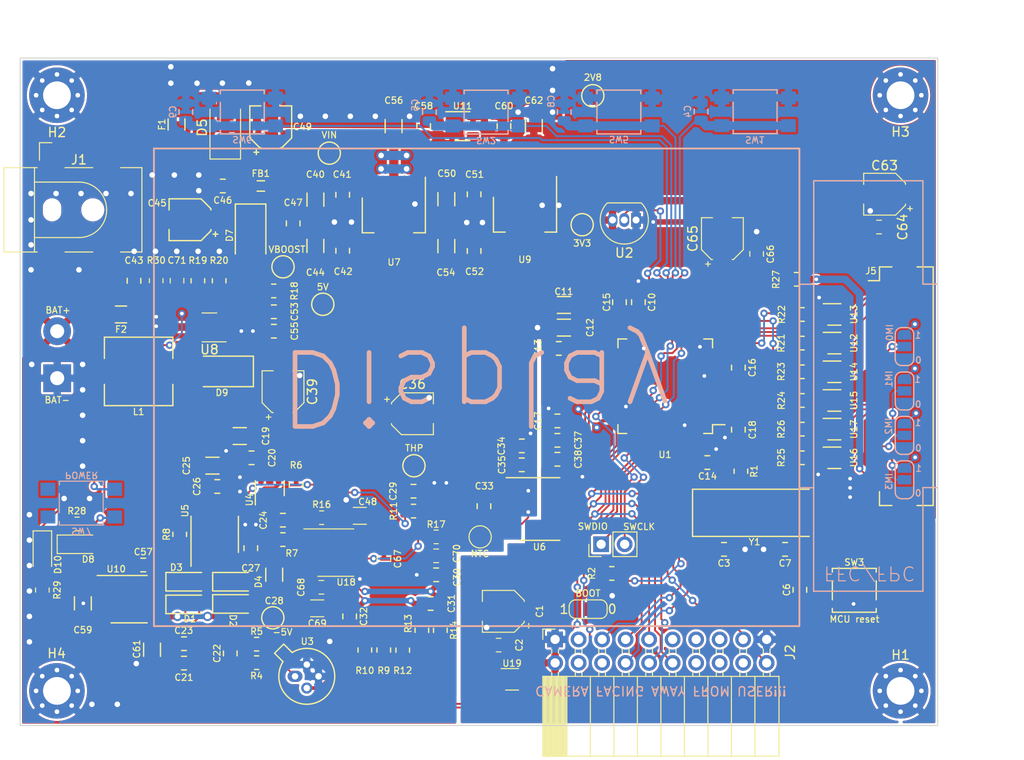
<source format=kicad_pcb>
(kicad_pcb (version 20211014) (generator pcbnew)
  (layers (0 "F.Cu" signal) (31 "B.Cu" signal) (36 "B.SilkS" user "B.Silkscreen") (37 "F.SilkS" user "F.Silkscreen") (38 "B.Mask" user) (39 "F.Mask" user) (44 "Edge.Cuts" user))
  (net 0 "")
  (net 1 "GND")
  (net 2 "/MCU/BUTT_SELECT")
  (net 3 "/MCU/BUTT_RUN")
  (net 4 "/MCU/~{MCU_RST}")
  (net 5 "/MCU/OSC_OUT")
  (net 6 "/MCU/BUTT_+")
  (net 7 "/MCU/BUTT_-")
  (net 8 "+3V3")
  (net 9 "+5V")
  (net 10 "-5V")
  (net 11 "/Analog/SIG_THP")
  (net 12 "/Power supply/VIN")
  (net 13 "/Power supply/V_BOOST")
  (net 14 "+2V8")
  (net 15 "/Power supply/7V-12V")
  (net 18 "/SDA")
  (net 20 "/SPI_CLK")
  (net 21 "/SCL")
  (net 22 "/MOSI")
  (net 23 "/~{LEPTON_CS}")
  (net 25 "/MISO")
  (net 30 "/~{LEPTON_RST}")
  (net 32 "/~{LEPTON_PW_DWN}")
  (net 33 "/Display/~{DISP_CS}")
  (net 34 "/Display/DISP_SCL")
  (net 35 "/Display/~{DISP_RST}")
  (net 36 "/Display/DISP_MOSI")
  (net 37 "/Display/DISP_MISO")
  (net 38 "/Display/DISP_TE")
  (net 39 "/Display/IM0")
  (net 40 "/Display/IM1")
  (net 41 "/Display/IM2")
  (net 42 "/Display/IM3")
  (net 43 "/MCU/OSC_IN")
  (net 44 "Net-(R2-Pad1)")
  (net 45 "/MCU/BOOT0")
  (net 46 "/~{DISPLAY_CS}")
  (net 47 "/Analog/SIG_NTC")
  (net 48 "/MCU/~{DISPLAY_RST}")
  (net 49 "/MCU/DISPLAY_TE")
  (net 50 "Net-(R24-Pad2)")
  (net 51 "Net-(R25-Pad2)")
  (net 56 "unconnected-(U1-Pad33)")
  (net 57 "unconnected-(U1-Pad34)")
  (net 58 "unconnected-(U1-Pad35)")
  (net 59 "unconnected-(U1-Pad36)")
  (net 60 "unconnected-(U1-Pad39)")
  (net 61 "unconnected-(U1-Pad40)")
  (net 62 "/~{ADC_CS}")
  (net 63 "/Analog/ADC_IRQ{slash}MDAT")
  (net 64 "/Analog/ADC_MCLKIN")
  (net 65 "unconnected-(U1-Pad54)")
  (net 68 "/Analog/Ref")
  (net 69 "/MCU/TEMP")
  (net 74 "Net-(R4-Pad1)")
  (net 75 "Net-(R11-Pad1)")
  (net 76 "Net-(R12-Pad2)")
  (net 77 "Net-(R26-Pad2)")
  (net 81 "unconnected-(U1-Pad41)")
  (net 82 "unconnected-(U1-Pad43)")
  (net 83 "unconnected-(U1-Pad53)")
  (net 84 "Net-(D5-Pad2)")
  (net 85 "Net-(D10-Pad2)")
  (net 89 "Net-(C3-Pad1)")
  (net 90 "Net-(C10-Pad1)")
  (net 91 "Net-(C22-Pad2)")
  (net 92 "Net-(D8-Pad2)")
  (net 93 "Net-(C59-Pad2)")
  (net 94 "/MCU/SWDIO")
  (net 95 "/MCU/SWCLK")
  (net 96 "Net-(BT1-Pad1)")
  (net 115 "unconnected-(U1-Pad42)")
  (net 126 "unconnected-(U1-Pad37)")
  (net 127 "unconnected-(U1-Pad38)")
  (net 128 "Net-(J5-Pad42)")
  (net 129 "/PWR_HOLD")
  (net 130 "Net-(R28-Pad2)")
  (net 131 "/PWR_OFF")
  (net 132 "Net-(C21-Pad2)")
  (net 133 "Net-(C24-Pad1)")
  (net 134 "Net-(C30-Pad2)")
  (net 135 "Net-(C31-Pad2)")
  (net 136 "Net-(C33-Pad1)")
  (net 137 "Net-(C43-Pad1)")
  (net 138 "Net-(C45-Pad1)")
  (net 139 "Net-(C53-Pad2)")
  (net 140 "Net-(C57-Pad2)")
  (net 141 "Net-(C59-Pad1)")
  (net 142 "Net-(U8-Pad4)")
  (net 143 "Net-(R8-Pad1)")
  (net 144 "Net-(R8-Pad2)")
  (net 145 "Net-(R10-Pad1)")
  (net 146 "Net-(R16-Pad1)")
  (net 147 "Net-(R16-Pad2)")
  (net 148 "Net-(R17-Pad1)")
  (net 149 "Net-(R21-Pad2)")
  (net 150 "Net-(R22-Pad2)")
  (net 151 "Net-(R23-Pad2)")
  (net 155 "Net-(L1-Pad2)")
  (footprint "Resistor_SMD:R_0805_2012Metric" (layer "F.Cu") (at 127.7 70.95 90)
    (fp_text reference "R30")
    (fp_text value "100k")
  )
  (footprint "Capacitor_SMD:C_0805_2012Metric" (layer "F.Cu") (at 157.95 102.75)
    (fp_text reference "C30")
    (fp_text value "10n")
  )
  (footprint "Capacitor_SMD:C_1206_3216Metric" (layer "F.Cu") (at 140.45 102.74135 -90)
    (fp_text reference "C28")
    (fp_text value "10u")
  )
  (footprint "Resistor_SMD:R_0805_2012Metric" (layer "F.Cu") (at 138.55 110.25 180)
    (fp_text reference "R5")
    (fp_text value "5k6")
  )
  (footprint "Resistor_SMD:R_0805_2012Metric" (layer "F.Cu") (at 158.4 108.75 90)
    (fp_text reference "R13")
    (fp_text value "5k6")
  )
  (footprint "Capacitor_SMD:C_0805_2012Metric" (layer "F.Cu") (at 137.9194 99.873761 -90)
    (fp_text reference "C27")
    (fp_text value "100n")
  )
  (footprint "Capacitor_SMD:C_0805_2012Metric" (layer "F.Cu") (at 138 90.1)
    (fp_text reference "C20")
    (fp_text value "100n")
  )
  (footprint "Inductor_SMD:L_0805_2012Metric" (layer "F.Cu") (at 139.0096 60.712664)
    (fp_text reference "FB1")
    (fp_text value "330R @ 100MHz")
  )
  (footprint "Fuse:Fuse_1206_3216Metric" (layer "F.Cu") (at 123.896412 74.6)
    (fp_text reference "F2")
    (fp_text value "1A")
  )
  (footprint "Capacitor_SMD:C_0805_2012Metric" (layer "F.Cu") (at 195.65 99.997764 180)
    (fp_text reference "C7")
    (fp_text value "27p")
  )
  (footprint "Connector_PinSocket_2.54mm:PinSocket_2x10_P2.54mm_Horizontal" (layer "F.Cu") (at 170.8 109.735264 90)
    (fp_text reference "J2")
    (fp_text value "CONN_LEPTON")
  )
  (footprint "Resistor_SMD:R_0805_2012Metric" (layer "F.Cu") (at 138.55 112.250264 180)
    (fp_text reference "R4")
    (fp_text value "5k6")
  )
  (footprint "Resistor_SMD:R_0805_2012Metric" (layer "F.Cu") (at 154.335856 110.9 -90)
    (fp_text reference "R12")
    (fp_text value "100k")
  )
  (footprint "Package_TO_SOT_SMD:SOT-353_SC-70-5" (layer "F.Cu") (at 166.15 114.05)
    (fp_text reference "U19")
    (fp_text value "74AHC1G125")
  )
  (footprint "Capacitor_SMD:C_0805_2012Metric" (layer "F.Cu") (at 163.1125 95.335264 -90)
    (fp_text reference "C33")
    (fp_text value "10u")
  )
  (footprint "Capacitor_SMD:C_1206_3216Metric" (layer "F.Cu") (at 149.7 96.375 180)
    (fp_text reference "C48")
    (fp_text value "10u")
  )
  (footprint "Capacitor_SMD:C_0805_2012Metric" (layer "F.Cu") (at 129.95 70.95 90)
    (fp_text reference "C71")
    (fp_text value "100n")
  )
  (footprint "Package_SO:SOIC-8_3.9x4.9mm_P1.27mm" (layer "F.Cu") (at 124.775 105.385)
    (fp_text reference "U10")
    (fp_text value "LMC7660")
  )
  (footprint "Resistor_SMD:R_0805_2012Metric" (layer "F.Cu") (at 119.15 97.25 180)
    (fp_text reference "R28")
    (fp_text value "120")
  )
  (footprint "Resistor_SMD:R_0805_2012Metric" (layer "F.Cu") (at 176.925 102.6)
    (fp_text reference "R2")
    (fp_text value "10k")
  )
  (footprint "Resistor_SMD:R_0805_2012Metric" (layer "F.Cu") (at 152.285856 110.88 -90)
    (fp_text reference "R9")
    (fp_text value "100k")
  )
  (footprint "Capacitor_SMD:CP_Elec_4x5.4" (layer "F.Cu") (at 188.875 66.400264 90)
    (fp_text reference "C65")
    (fp_text value "22u")
  )
  (footprint "Resistor_SMD:R_0805_2012Metric" (layer "F.Cu") (at 197.4875 74.603887)
    (fp_text reference "R22")
    (fp_text value "120")
  )
  (footprint "Capacitor_SMD:CP_Elec_4x5.4" (layer "F.Cu") (at 206.4 61.600264 180)
    (fp_text reference "C63")
    (fp_text value "22u")
  )
  (footprint "Capacitor_SMD:C_0805_2012Metric" (layer "F.Cu") (at 135.7 111.25 90)
    (fp_text reference "C22")
    (fp_text value "100n")
  )
  (footprint "Capacitor_SMD:C_0805_2012Metric" (layer "F.Cu") (at 187.25 90.610264)
    (fp_text reference "C14")
    (fp_text value "100n")
  )
  (footprint "Capacitor_SMD:C_1206_3216Metric" (layer "F.Cu") (at 127.25 110.85 90)
    (fp_text reference "C61")
    (fp_text value "10u")
  )
  (footprint "Capacitor_SMD:C_0805_2012Metric" (layer "F.Cu") (at 125.3 70.960264 90)
    (fp_text reference "C43")
    (fp_text value "4u7")
  )
  (footprint "Package_TO_SOT_SMD:SOT-23-5" (layer "F.Cu") (at 139.9694 93.386261 90)
    (fp_text reference "U4")
    (fp_text value "MCP601-xOT")
  )
  (footprint "Fuse:Fuse_1206_3216Metric" (layer "F.Cu") (at 129.894374 54.05 90)
    (fp_text reference "F1")
    (fp_text value "1A")
  )
  (footprint "Capacitor_SMD:C_0805_2012Metric" (layer "F.Cu") (at 171.05 86.110264 180)
    (fp_text reference "C17")
    (fp_text value "100n")
  )
  (footprint "Capacitor_SMD:C_0805_2012Metric" (layer "F.Cu") (at 190.6 80.350264 -90)
    (fp_text reference "C16")
    (fp_text value "100n")
  )
  (footprint "Diode_SMD:D_SOD-123F" (layer "F.Cu") (at 119.2 99.45)
    (fp_text reference "D8")
    (fp_text value "BAT46W")
  )
  (footprint "MountingHole:MountingHole_3mm_Pad_Via" (layer "F.Cu") (at 116.975 50.9 180)
    (fp_text reference "H2")
    (fp_text value "MH1")
  )
  (footprint "Resistor_SMD:R_0805_2012Metric" (layer "F.Cu") (at 132.2 70.960264 90)
    (fp_text reference "R19")
    (fp_text value "27k")
  )
  (footprint "Capacitor_SMD:C_0805_2012Metric" (layer "F.Cu") (at 141.3875 96.84135 180)
    (fp_text reference "C24")
    (fp_text value "1u")
  )
  (footprint "Resistor_SMD:R_0805_2012Metric" (layer "F.Cu") (at 134.5 70.960264 90)
    (fp_text reference "R20")
    (fp_text value "27k")
  )
  (footprint "Package_QFP:LQFP-64_10x10mm_P0.5mm" (layer "F.Cu") (at 182.7 82.360264 180)
    (fp_text reference "U1")
    (fp_text value "STM32F411RCTx")
  )
  (footprint "Package_TO_SOT_SMD:SOT-353_SC-70-5" (layer "F.Cu") (at 200.975 77.7)
    (fp_text reference "U12")
    (fp_text value "74AHC1G125")
  )
  (footprint "Resistor_SMD:R_0805_2012Metric" (layer "F.Cu") (at 145.575 96.575)
    (fp_text reference "R16")
    (fp_text value "100k")
  )
  (footprint "TestPoint:TestPoint_Pad_D2.0mm" (layer "F.Cu") (at 146.4 57.160264)
    (fp_text reference "TP4" hide)
    (fp_text value "TP_VIN")
  )
  (footprint "Capacitor_SMD:C_0805_2012Metric" (layer "F.Cu") (at 177.75 73.275 90)
    (fp_text reference "C15")
    (fp_text value "100n")
  )
  (footprint "Capacitor_SMD:C_1206_3216Metric" (layer "F.Cu") (at 168.5 54.240264 90)
    (fp_text reference "C62")
    (fp_text value "22u")
  )
  (footprint "Package_TO_SOT_THT:TO-46-4" (layer "F.Cu") (at 142.699586 113.724965)
    (fp_text reference "U3")
    (fp_text value "ZTP-135SR")
  )
  (footprint "Capacitor_SMD:C_0805_2012Metric" (layer "F.Cu") (at 167.2 90.860264)
    (fp_text reference "C35")
    (fp_text value "100n")
  )
  (footprint "Crystal:Crystal_SMD_HC49-SD" (layer "F.Cu") (at 192.35 96.047764)
    (fp_text reference "Y1")
    (fp_text value "20 MHz")
  )
  (footprint "Package_TO_SOT_SMD:SOT-353_SC-70-5" (layer "F.Cu") (at 200.971 83.9)
    (fp_text reference "U15")
    (fp_text value "74AHC1G125")
  )
  (footprint "Resistor_SMD:R_0805_2012Metric" (layer "F.Cu") (at 190.875 91.550264 -90)
    (fp_text reference "R1")
    (fp_text value "0R")
  )
  (footprint "Capacitor_SMD:C_0805_2012Metric" (layer "F.Cu") (at 130.7 110.2 180)
    (fp_text reference "C23")
    (fp_text value "10n")
  )
  (footprint "Button_Switch_SMD:SW_SPST_TL3305C" (layer "F.Cu") (at 203.125 104.425264 180)
    (fp_text reference "SW3")
    (fp_text value "BUTT_RST")
  )
  (footprint "Capacitor_SMD:C_0805_2012Metric" (layer "F.Cu") (at 205.8 65.150264 180)
    (fp_text reference "C64")
    (fp_text value "100n")
  )
  (footprint "Capacitor_SMD:C_0805_2012Metric" (layer "F.Cu") (at 134.3 93.2 180)
    (fp_text reference "C26")
    (fp_text value "100n")
  )
  (footprint "Capacitor_SMD:C_0805_2012Metric" (layer "F.Cu") (at 148.6 107.25 -90)
    (fp_text reference "C32")
    (fp_text value "10n")
  )
  (footprint "Capacitor_SMD:C_0805_2012Metric" (layer "F.Cu") (at 155.5 93.710264)
    (fp_text reference "C29")
    (fp_text value "1u")
  )
  (footprint "Capacitor_SMD:C_0805_2012Metric" (layer "F.Cu") (at 142.5 64.760264 -90)
    (fp_text reference "C47")
    (fp_text value "1u")
  )
  (footprint "Capacitor_SMD:C_0805_2012Metric" (layer "F.Cu") (at 140.4125 76.410264 180)
    (fp_text reference "C55")
    (fp_text value "10u")
  )
  (footprint "Capacitor_SMD:C_0805_2012Metric" (layer "F.Cu") (at 171.05 88.210264)
    (fp_text reference "C37")
    (fp_text value "10u")
  )
  (footprint "TerminalBlock:TerminalBlock_bornier-2_P5.08mm" (layer "F.Cu") (at 117 81.49 90)
    (fp_text reference "J4" hide)
    (fp_text value "CONN_BATT")
  )
  (footprint "Connector_PinHeader_2.54mm:PinHeader_1x02_P2.54mm_Vertical" (layer "F.Cu") (at 175.775 99.450264 90)
    (fp_text reference "J3" hide)
    (fp_text value "CONN_SW")
  )
  (footprint "Capacitor_SMD:C_1206_3216Metric" (layer "F.Cu") (at 136.725 87.75 180)
    (fp_text reference "C19")
    (fp_text value "10u")
  )
  (footprint "Diode_SMD:D_SMA" (layer "F.Cu") (at 135.16 54.396251 90)
    (fp_text reference "D5")
    (fp_text value "SK12")
  )
  (footprint "Capacitor_SMD:C_0805_2012Metric" (layer "F.Cu") (at 162.0474 61.611864 -90)
    (fp_text reference "C51")
    (fp_text value "1u")
  )
  (footprint "Capacitor_SMD:CP_Elec_4x5.4" (layer "F.Cu") (at 131.35 64.360264 180)
    (fp_text reference "C45")
    (fp_text value "22u")
  )
  (footprint "Package_SO:TSSOP-20_4.4x6.5mm_P0.65mm" (layer "F.Cu") (at 169.1125 95.635264)
    (fp_text reference "U6")
    (fp_text value "MCP3462-E_ST")
  )
  (footprint "TestPoint:TestPoint_Pad_D2.0mm" (layer "F.Cu") (at 174.875 50.95)
    (fp_text reference "TP8" hide)
    (fp_text value "TP_+2V8")
  )
  (footprint "Capacitor_SMD:C_0805_2012Metric" (layer "F.Cu") (at 126.3 101.69 180)
    (fp_text reference "C57")
    (fp_text value "10n")
  )
  (footprint "Capacitor_SMD:C_0805_2012Metric" (layer "F.Cu") (at 171.2 78.275 180)
    (fp_text reference "C13")
    (fp_text value "100n")
  )
  (footprint "Capacitor_SMD:C_1206_3216Metric" (layer "F.Cu") (at 119.775 105.835 -90)
    (fp_text reference "C59")
    (fp_text value "10u")
  )
  (footprint "Diode_SMD:D_SOD-123F" (layer "F.Cu") (at 130.95 105.95)
    (fp_text reference "D1")
    (fp_text value "BAT46W")
  )
  (footprint "Resistor_SMD:R_0805_2012Metric" (layer "F.Cu") (at 197.4875 83.9)
    (fp_text reference "R24")
    (fp_text value "1k")
  )
  (footprint "Capacitor_SMD:C_0805_2012Metric" (layer "F.Cu") (at 162.0474 67.738264 90)
    (fp_text reference "C52")
    (fp_text value "1u")
  )
  (footprint "Resistor_SMD:R_0805_2012Metric" (layer "F.Cu") (at 155.5 95.860264)
    (fp_text reference "R11")
    (fp_text value "5k6")
  )
  (footprint "Capacitor_SMD:C_1206_3216Metric" (layer "F.Cu") (at 145.1 106.375 180)
    (fp_text reference "C69")
    (fp_text value "10u")
  )
  (footprint "Capacitor_SMD:C_1206_3216Metric" (layer "F.Cu") (at 159.0502 62.136864 -90)
    (fp_text reference "C50")
    (fp_text value "10u")
  )
  (footprint "Package_TO_SOT_SMD:SOT-23-5" (layer "F.Cu") (at 133.45 76 180)
    (fp_text reference "U8")
    (fp_text value "MCP1663-xOT")
  )
  (footprint "Capacitor_SMD:C_0805_2012Metric" (layer "F.Cu") (at 157.35 105.85 180)
    (fp_text reference "C31")
    (fp_text value "1u")
  )
  (footprint "Resistor_SMD:R_0805_2012Metric" (layer "F.Cu") (at 130.239 98.373761 90)
    (fp_text reference "R8")
    (fp_text value "20R")
  )
  (footprint "Capacitor_SMD:C_0805_2012Metric" (layer "F.Cu") (at 147.8488 61.660864 -90)
    (fp_text reference "C41")
    (fp_text value "1u")
  )
  (footprint "Capacitor_SMD:C_1206_3216Metric" (layer "F.Cu") (at 171.75 76.025 180)
    (fp_text reference "C12")
    (fp_text value "10u")
  )
  (footprint "Capacitor_SMD:CP_Elec_4x5.4" (layer "F.Cu") (at 165.2 106.7 180)
    (fp_text reference "C1")
    (fp_text value "22u")
  )
  (footprint "Capacitor_SMD:C_0805_2012Metric" (layer "F.Cu") (at 179.8 73.275 90)
    (fp_text reference "C10")
    (fp_text value "4u7")
  )
  (footprint "Capacitor_SMD:C_1206_3216Metric" (layer "F.Cu") (at 144.9 67.187064 90)
    (fp_text reference "C44")
    (fp_text value "22u")
  )
  (footprint "Package_TO_SOT_SMD:SOT-353_SC-70-5" (layer "F.Cu") (at 200.971 90.1)
    (fp_text reference "U16")
    (fp_text value "74AHC1G125")
  )
  (footprint "TestPoint:TestPoint_Pad_D2.0mm" (layer "F.Cu") (at 162.7 98.65)
    (fp_text reference "TP2" hide)
    (fp_text value "TP_THP_AMP")
  )
  (footprint "Diode_SMD:D_SOD-123F" (layer "F.Cu") (at 136 105.9)
    (fp_text reference "D2")
    (fp_text value "BAT46W")
  )
  (footprint "Diode_SMD:D_SOD-123F" (layer "F.Cu") (at 130.95 103.5)
    (fp_text reference "D3")
    (fp_text value "BAT46W")
  )
  (footprint "Capacitor_SMD:C_0805_2012Metric" (layer "F.Cu") (at 197.25 104.375264 90)
    (fp_text reference "C6")
    (fp_text value "100n")
  )
  (footprint "Resistor_SMD:R_0805_2012Metric" (layer "F.Cu") (at 197.4875 90.1)
    (fp_text reference "R25")
    (fp_text value "120")
  )
  (footprint "TestPoint:TestPoint_Pad_D2.0mm" (layer "F.Cu") (at 145.7 73.500264)
    (fp_text reference "TP3" hide)
    (fp_text value "TP_+5V")
  )
  (footprint "Resistor_SMD:R_0805_2012Metric" (layer "F.Cu") (at 115.4 104.4 90)
    (fp_text reference "R29")
    (fp_text value "1k")
  )
  (footprint "Resistor_SMD:R_0805_2012Metric" (layer "F.Cu") (at 156.4 108.75 90)
    (fp_text reference "R14")
    (fp_text value "5k6")
  )
  (footprint "Capacitor_SMD:C_0805_2012Metric" (layer "F.Cu") (at 130.7 112.3)
    (fp_text reference "C21")
    (fp_text value "10n")
  )
  (footprint "Package_TO_SOT_SMD:SOT-23-5" (layer "F.Cu") (at 160.788893 54.240264)
    (fp_text reference "U11")
    (fp_text value "AP2127K-2.8")
  )
  (footprint "Resistor_SMD:R_0805_2012Metric" (layer "F.Cu") (at 197.4875 87)
    (fp_text reference "R26")
    (fp_text value "120")
  )
  (footprint "Resistor_SMD:R_0805_2012Metric" (layer "F.Cu") (at 197.4875 80.8)
    (fp_text reference "R23")
    (fp_text value "120")
  )
  (footprint "Package_TO_SOT_THT:TO-92_Inline" (layer "F.Cu") (at 179.545 64.39 180)
    (fp_text reference "U2")
    (fp_text value "DS18B20")
  )
  (footprint "Package_TO_SOT_SMD:SOT-223" (layer "F.Cu") (at 167.5478 63.786464 -90)
    (fp_text reference "U9")
    (fp_text value "LDI1117-33H")
  )
  (footprint "Resistor_SMD:R_0805_2012Metric" (layer "F.Cu") (at 196.8875 70.800264 180)
    (fp_text reference "R27")
    (fp_text value "0R")
  )
  (footprint "Capacitor_SMD:C_1206_3216Metric" (layer "F.Cu") (at 144.9024 62.185864 -90)
    (fp_text reference "C40")
    (fp_text value "10u")
  )
  (footprint "Capacitor_SMD:C_0805_2012Metric" (layer "F.Cu") (at 171.05 90.260264)
    (fp_text reference "C38")
    (fp_text value "100n")
  )
  (footprint "Resistor_SMD:R_0805_2012Metric" (layer "F.Cu") (at 150.242928 110.88 90)
    (fp_text reference "R10")
    (fp_text value "10k")
  )
  (footprint "TestPoint:TestPoint_Pad_D2.0mm" (layer "F.Cu") (at 173.725 64.9)
    (fp_text reference "TP6" hide)
    (fp_text value "TP_+3V3")
  )
  (footprint "TestPoint:TestPoint_Pad_D2.0mm" (layer "F.Cu") (at 141.4 69.450264)
    (fp_text reference "TP5" hide)
    (fp_text value "TP_BOOST")
  )
  (footprint "TestPoint:TestPoint_Pad_D2.0mm" (layer "F.Cu") (at 140.3 107.4)
    (fp_text reference "TP7" hide)
    (fp_text value "TP_-5V")
  )
  (footprint "Resistor_SMD:R_0805_2012Metric" (layer "F.Cu") (at 197.4875 77.7)
    (fp_text reference "R21")
    (fp_text value "120")
  )
  (footprint "Capacitor_SMD:C_0805_2012Metric" (layer "F.Cu") (at 147.85 67.710264 90)
    (fp_text reference "C42")
    (fp_text value "1u")
  )
  (footprint "Capacitor_SMD:C_0805_2012Metric" (layer "F.Cu") (at 190.6 87.060264 -90)
    (fp_text reference "C18")
    (fp_text value "100n")
  )
  (footprint "Resistor_SMD:R_0805_2012Metric" (layer "F.Cu") (at 157.95 98.65)
    (fp_text reference "R17")
    (fp_text value "5k6")
  )
  (footprint "Package_TO_SOT_SMD:SOT-353_SC-70-5" (layer "F.Cu") (at 200.975 74.6)
    (fp_text reference "U13")
    (fp_text value "74AHC1G125")
  )
  (footprint "Diode_SMD:D_SOD-123F" (layer "F.Cu") (at 115.4 100.2 -90)
    (fp_text reference "D10")
    (fp_text value "BAT46W")
  )
  (footprint "Capacitor_SMD:C_0805_2012Metric" (layer "F.Cu") (at 157.95 100.7 180)
    (fp_text reference "C70")
    (fp_text value "1u")
  )
  (footprint "Package_TO_SOT_SMD:SOT-353_SC-70-5" (layer "F.Cu") (at 200.975 80.8)
    (fp_text reference "U14")
    (fp_text value "74AHC1G125")
  )
  (footprint "Capacitor_SMD:CP_Elec_4x5.4" (layer "F.Cu") (at 141.4 82.950264 90)
    (fp_text reference "C39")
    (fp_text value "22u")
  )
  (footprint "Capacitor_SMD:CP_Elec_4x5.4" (layer "F.Cu") (at 155.386667 85.33601)
    (fp_text reference "C36")
    (fp_text value "22u")
  )
  (footprint "Package_TO_SOT_SMD:SOT-353_SC-70-5" (layer "F.Cu") (at 200.975 87)
    (fp_text reference "U17")
    (fp_text value "74AHC1G125")
  )
  (footprint "Capacitor_SMD:C_0805_2012Metric" (layer "F.Cu") (at 164.7 110.35 180)
    (fp_text reference "C2")
    (fp_text value "4u7")
  )
  (footprint "Capacitor_SMD:CP_Elec_4x5.4" (layer "F.Cu") (at 140.0764 54.311864 90)
    (fp_text reference "C49")
    (fp_text value "22u")
  )
  (footprint "Connector_FFC-FPC:Hirose_FH12-45S-0.5SH_1x45-1MP_P0.50mm_Horizontal" (layer "F.Cu") (at 207.15 82.360264 90)
    (fp_text reference "J5")
    (fp_text value "CONN_TFT_LCD")
  )
  (footprint "Capacitor_SMD:C_1206_3216Metric" (layer "F.Cu") (at 171.75 73.575 180)
    (fp_text reference "C11")
    (fp_text value "10u")
  )
  (footprint "Capacitor_SMD:C_0805_2012Metric" (layer "F.Cu") (at 192.575 68.050264 90)
    (fp_text reference "C66")
    (fp_text value "100n")
  )
  (footprint "Capacitor_SMD:C_0805_2012Metric" (layer "F.Cu") (at 134.8948 60.712664 180)
    (fp_text reference "C46")
    (fp_text value "1u")
  )
  (footprint "Capacitor_SMD:C_0805_2012Metric" (layer "F.Cu") (at 189.05 99.997764)
    (fp_text reference "C3")
    (fp_text value "27p")
  )
  (footprint "Capacitor_SMD:C_0805_2012Metric" (layer "F.Cu") (at 165.2742 54.240264 90)
    (fp_text reference "C60")
    (fp_text value "1u")
  )
  (footprint "Package_SO:SOIC-8_3.9x4.9mm_P1.27mm" (layer "F.Cu") (at 134.0194 98.373761 90)
    (fp_text reference "U5")
    (fp_text value "AD620")
  )
  (footprint "TestPoint:TestPoint_Pad_D2.0mm" (layer "F.Cu") (at 155.55 90.960264 90)
    (fp_text reference "TP1" hide)
    (fp_text value "TP_THP_AMP")
  )
  (footprint "Capacitor_SMD:C_1206_3216Metric" (layer "F.Cu") (at 159.0502 67.213264 90)
    (fp_text reference "C54")
    (fp_text value "22u")
  )
  (footprint "Capacitor_SMD:C_0805_2012Metric" (layer "F.Cu") (at 152.3 101.025 90)
    (fp_text reference "C67")
    (fp_text value "100n")
  )
  (footprint "Diode_SMD:D_SMA" (layer "F.Cu") (at 137.9 66.060264 -90)
    (fp_text reference "D7")
    (fp_text value "SK12")
  )
  (footprint "Resistor_SMD:R_0805_2012Metric" (layer "F.Cu") (at 142.8194 93.036261 -90)
    (fp_text reference "R6")
    (fp_text value "27k")
  )
  (footprint "Jumper:SolderJumper-3_P1.3mm_Open_RoundedPad1.0x1.5mm_NumberLabels" (layer "F.Cu") (at 174.368618 106.463028 180)
    (fp_text reference "SW4" hide)
    (fp_text value "SW_BOOT")
  )
  (footprint "Capacitor_SMD:C_0805_2012Metric" (layer "F.Cu") (at 167.2 88.810264)
    (fp_text reference "C34")
    (fp_text value "10u")
  )
  (footprint "Package_TO_SOT_SMD:SOT-223" (layer "F.Cu") (at 153.3746 63.862664 -90)
    (fp_text reference "U7")
    (fp_text value "LDI1117-05H")
  )
  (footprint "Capacitor_SMD:C_0805_2012Metric" (layer "F.Cu") (at 140.4125 74.310264 180)
    (fp_text reference "C53")
    (fp_text value "220p")
  )
  (footprint "Resistor_SMD:R_0805_2012Metric" (layer "F.Cu") (at 140.4 72.060264 180)
    (fp_text reference "R18")
    (fp_text value "100k")
  )
  (footprint "Capacitor_SMD:C_1206_3216Metric" (layer "F.Cu") (at 153.346693 54.240264 90)
    (fp_text reference "C56")
    (fp_text value "10u")
  )
  (footprint "Resistor_SMD:R_0805_2012Metric" (layer "F.Cu") (at 141.3875 98.94135 180)
    (fp_text reference "R7")
    (fp_text value "10k")
  )
  (footprint "Capacitor_SMD:C_0805_2012Metric" (layer "F.Cu") (at 156.597893 54.240264 90)
    (fp_text reference "C58")
    (fp_text value "1u")
  )
  (footprint "Package_SO:SOIC-8_3.9x4.9mm_P1.27mm" (layer "F.Cu") (at 147.1 100.35)
    (fp_text reference "U18")
    (fp_text value "AD620")
  )
  (footprint "Connector_BarrelJack:BarrelJack_CLIFF_FC681465S_SMT_Horizontal" (layer "F.Cu") (at 119.346412 63.288188)
    (fp_text reference "J1")
    (fp_text value "Barrel_Jack_Switch")
  )
  (footprint "Diode_SMD:D_SOD-123F" (layer "F.Cu") (at 136 103.5)
    (fp_text reference "D4")
    (fp_text value "BAT46W")
  )
  (footprint "Capacitor_SMD:C_0805_2012Metric" (layer "F.Cu") (at 145.55 104.1 180)
    (fp_text reference "C68")
    (fp_text value "100n")
  )
  (footprint "MountingHole:MountingHole_3mm_Pad_Via" (layer "F.Cu") (at 208.125 115.3 180)
    (fp_text reference "H1")
    (fp_text value "MH3")
  )
  (footprint "Diode_SMD:D_SMA" (layer "F.Cu") (at 134.8 80.760264 180)
    (fp_text reference "D9")
    (fp_text value "SK12")
  )
  (footprint "MountingHole:MountingHole_3mm_Pad_Via" (layer "F.Cu") (at 116.975 115.3)
    (fp_text reference "H4")
    (fp_text value "MH4")
  )
  (footprint "Capacitor_SMD:C_1206_3216Metric" (layer "F.Cu") (at 133.775 90.95)
    (fp_text reference "C25")
    (fp_text value "10u")
  )
  (footprint "Inductor_SMD:L_7.3x7.3_H3.5" (layer "F.Cu") (at 125.8 80.760264)
    (fp_text reference "L1")
    (fp_text value "15u")
  )
  (footprint "MountingHole:MountingHole_3mm_Pad_Via" (layer "F.Cu") (at 208.125 50.9 180)
    (fp_text reference "H3")
    (fp_text value "MH2")
  )
  (footprint "Button_Switch_SMD:SW_SPST_TL3305C" (layer "B.Cu") (at 119.6 95 180)
    (fp_text reference "SW7")
    (fp_text value "BUTT_PWR")
  )
  (footprint "Jumper:SolderJumper-3_P1.3mm_Open_RoundedPad1.0x1.5mm_NumberLabels" (layer "B.Cu") (at 208.55 87.675 -90)
    (fp_text reference "JP3" hide)
    (fp_text value "JP_IM2")
  )
  (footprint "Capacitor_SMD:C_0805_2012Metric" (layer "B.Cu") (at 186.568151 52.660264 -90)
    (fp_text reference "C4")
    (fp_text value "100n")
  )
  (footprint "Jumper:SolderJumper-3_P1.3mm_Open_RoundedPad1.0x1.5mm_NumberLabels" (layer "B.Cu") (at 208.55 82.875 -90)
    (fp_text reference "JP2" hide)
    (fp_text value "JP_IM1")
  )
  (footprint "Jumper:SolderJumper-3_P1.3mm_Open_RoundedPad1.0x1.5mm_NumberLabels" (layer "B.Cu") (at 208.55 78.075 -90)
    (fp_text reference "JP1" hide)
    (fp_text value "JP_IM0")
  )
  (footprint "Button_Switch_SMD:SW_SPST_TL3305C" (layer "B.Cu") (at 177.691254 52.710264 180)
    (fp_text reference "SW5")
    (fp_text value "BUTT_+")
  )
  (footprint "Button_Switch_SMD:SW_SPST_TL3305C" (layer "B.Cu") (at 192.410151 52.685664 180)
    (fp_text reference "SW1")
    (fp_text value "BUTT_SELECT")
  )
  (footprint "Button_Switch_SMD:SW_SPST_TL3305C" (layer "B.Cu") (at 137 52.710264 180)
    (fp_text reference "SW6")
    (fp_text value "BUTT_-")
  )
  (footprint "Capacitor_SMD:C_0805_2012Metric" (layer "B.Cu") (at 171.791254 52.710264 -90)
    (fp_text reference "C8")
    (fp_text value "100n")
  )
  (footprint "Capacitor_SMD:C_0805_2012Metric" (layer "B.Cu") (at 130.9 52.710264 -90)
    (fp_text reference "C9")
    (fp_text value "100n")
  )
  (footprint "Jumper:SolderJumper-3_P1.3mm_Open_RoundedPad1.0x1.5mm_NumberLabels" (layer "B.Cu") (at 208.55 92.475 -90)
    (fp_text reference "JP4" hide)
    (fp_text value "JP_IM3")
  )
  (footprint "Capacitor_SMD:C_0805_2012Metric" (layer "B.Cu") (at 157.216683 52.725 -90)
    (fp_text reference "C5")
    (fp_text value "100n")
  )
  (footprint "Button_Switch_SMD:SW_SPST_TL3305C" (layer "B.Cu") (at 163.341254 52.725 180)
    (fp_text reference "SW2")
    (fp_text value "BUTT_RUN")
  )
  (gr_poly (pts (xy 175.125 78.65) (xy 174.125 78.65) (xy 174.125 78.55) (xy 175.125 78.55)) (layer "F.Cu") (width 0.2) (fill solid))
  (gr_poly (pts (xy 175.125 80.66) (xy 174.125 80.66) (xy 174.125 80.56) (xy 175.125 80.56)) (layer "F.Cu") (width 0.2) (fill solid))
  (gr_poly (pts (xy 175.125 79.16) (xy 174.125 79.16) (xy 174.125 79.06) (xy 175.125 79.06)) (layer "F.Cu") (width 0.2) (fill solid))
  (gr_poly (pts (xy 181.51 89.77) (xy 181.51 90.77) (xy 181.41 90.77) (xy 181.41 89.77)) (layer "F.Cu") (width 0.2) (fill solid))
  (gr_poly (pts (xy 175.125 83.16) (xy 174.125 83.16) (xy 174.125 83.06) (xy 175.125 83.06)) (layer "F.Cu") (width 0.2) (fill solid))
  (gr_poly (pts (xy 175.125 83.66) (xy 174.125 83.66) (xy 174.125 83.56) (xy 175.125 83.56)) (layer "F.Cu") (width 0.2) (fill solid))
  (gr_poly (pts (xy 175.125 79.66) (xy 174.125 79.66) (xy 174.125 79.56) (xy 175.125 79.56)) (layer "F.Cu") (width 0.2) (fill solid))
  (gr_poly (pts (xy 175.125 81.65) (xy 174.125 81.65) (xy 174.125 81.55) (xy 175.125 81.55)) (layer "F.Cu") (width 0.2) (fill solid))
  (gr_poly (pts (xy 175.125 80.16) (xy 174.125 80.16) (xy 174.125 80.06) (xy 175.125 80.06)) (layer "F.Cu") (width 0.2) (fill solid))
  (gr_poly (pts (xy 181 89.77) (xy 181 90.77) (xy 180.9 90.77) (xy 180.9 89.77)) (layer "F.Cu") (width 0.2) (fill solid))
  (gr_poly (pts (xy 175.125 82.16) (xy 174.125 82.16) (xy 174.125 82.06) (xy 175.125 82.06)) (layer "F.Cu") (width 0.2) (fill solid))
  (gr_poly (pts (xy 175.125 82.66) (xy 174.125 82.66) (xy 174.125 82.56) (xy 175.125 82.56)) (layer "F.Cu") (width 0.2) (fill solid))
  (gr_poly (pts (xy 175.125 81.15) (xy 174.125 81.15) (xy 174.125 81.05) (xy 175.125 81.05)) (layer "F.Cu") (width 0.2) (fill solid))
  (gr_line (start 198.748847 71.335664) (end 197.188947 71.335664) (layer "B.SilkS") (width 0.15))
  (gr_line (start 210.5439 60.148041) (end 210.5439 71.324041) (layer "B.SilkS") (width 0.15))
  (gr_line (start 210.5439 71.324041) (end 212.1038 71.324041) (layer "B.SilkS") (width 0.15))
  (gr_line (start 210.5439 104.521841) (end 198.7329 104.521841) (layer "B.SilkS") (width 0.15))
  (gr_line (start 198.7329 104.547241) (end 198.7456 60.173441) (layer "B.SilkS") (width 0.15))
  (gr_line (start 198.748847 93.335664) (end 197.188947 93.335664) (layer "B.SilkS") (width 0.15))
  (gr_rect (start 127.45313 56.660264) (end 197.19687 108.298977) (layer "B.SilkS") (width 0.2) (fill none))
  (gr_line (start 212.1038 93.320441) (end 210.5439 93.320441) (layer "B.SilkS") (width 0.15))
  (gr_line (start 210.5439 93.320441) (end 210.5439 104.521841) (layer "B.SilkS") (width 0.15))
  (gr_line (start 198.7456 60.148041) (end 210.5439 60.148041) (layer "B.SilkS") (width 0.15))
  (gr_rect (start 113 46.88) (end 212.14 119.0446) (layer "Edge.Cuts") (width 0.1) (fill none))
  (gr_text "IM2" (at 206.85 86.675 90) (layer "B.SilkS") (effects (font (size 0.7 0.7) (thickness 0.12)) (justify mirror)))
  (gr_text "IM0" (at 206.95 76.55 90) (layer "B.SilkS") (effects (font (size 0.7 0.7) (thickness 0.12)) (justify mirror)))
  (gr_text "POWER" (at 119.625 91.975 180) (layer "B.SilkS") (effects (font (size 0.7 0.7) (thickness 0.12)) (justify mirror)))
  (gr_text "Display" (at 162.318897 82.385664 180) (layer "B.SilkS") (effects (font (size 8 8) (thickness 0.5)) (justify mirror)))
  (gr_text "IM1" (at 206.875 81.575 90) (layer "B.SilkS") (effects (font (size 0.7 0.7) (thickness 0.12)) (justify mirror)))
  (gr_text "IM3" (at 206.875 92.65 90) (layer "B.SilkS") (effects (font (size 0.7 0.7) (thickness 0.12)) (justify mirror)))
  (gr_text "FFC/FPC" (at 204.768897 102.585664 180) (layer "B.SilkS") (effects (font (size 1.5 1.5) (thickness 0.12)) (justify mirror)))
  (gr_text "CAMERA FACING AWAY FROM USER!!!" (at 182.225 115.3 180) (layer "B.SilkS") (effects (font (size 1 1)) (justify mirror)))
  (gr_text "THP" (at 155.575 89.05) (layer "F.SilkS") (effects (font (size 0.7 0.7) (thickness 0.12))))
  (gr_text "VIN" (at 146.4 55.2) (layer "F.SilkS") (effects (font (size 0.7 0.7) (thickness 0.12))))
  (gr_text "BOOT" (at 174.35 104.75) (layer "F.SilkS") (effects (font (size 0.7 0.7) (thickness 0.12))))
  (gr_text "NTC" (at 162.675 100.475) (layer "F.SilkS") (effects (font (size 0.7 0.7) (thickness 0.12))))
  (gr_text "VBOOST" (at 141.825 67.575) (layer "F.SilkS") (effects (font (size 0.7 0.7) (thickness 0.12))))
  (gr_text "2V8" (at 174.875 48.975) (layer "F.SilkS") (effects (font (size 0.7 0.7) (thickness 0.12))))
  (gr_text "SWDIO" (at 174.875 97.525) (layer "F.SilkS") (effects (font (size 0.7 0.7) (thickness 0.12))))
  (gr_text "MCU reset" (at 203.15 107.55) (layer "F.SilkS") (effects (font (size 0.7 0.7) (thickness 0.12))))
  (gr_text "3V3" (at 173.725 66.9) (layer "F.SilkS") (effects (font (size 0.7 0.7) (thickness 0.12))))
  (gr_text "BAT+" (at 117.09 74.14) (layer "F.SilkS") (effects (font (size 0.7 0.7) (thickness 0.12))))
  (gr_text "-5V" (at 141.35 108.95) (layer "F.SilkS") (effects (font (size 0.7 0.7) (thickness 0.12))))
  (gr_text "BAT-" (at 117 83.85) (layer "F.SilkS") (effects (font (size 0.7 0.7) (thickness 0.12))))
  (gr_text "SWCLK" (at 179.875 97.55) (layer "F.SilkS") (effects (font (size 0.7 0.7) (thickness 0.12))))
  (gr_text "5V" (at 145.7 71.625) (layer "F.SilkS") (effects (font (size 0.7 0.7) (thickness 0.12))))
  (segment (start 200.025 73.95) (end 200.025 73.475) (width 0.2) (layer "F.Cu") (net 1))
  (segment (start 171.975 93.360264) (end 172.628185 93.360264) (width 0.2) (layer "F.Cu") (net 1))
  (segment (start 149.575 102.255) (end 150.97 102.255) (width 0.2) (layer "F.Cu") (net 1))
  (segment (start 200.021 84.55) (end 200.325 84.55) (width 0.2) (layer "F.Cu") (net 1))
  (segment (start 200.325 87.65) (end 200.65 87.325) (width 0.2) (layer "F.Cu") (net 1))
  (segment (start 175.668618 106.463028) (end 175.668618 106.313028) (width 0.4) (layer "F.Cu") (net 1))
  (segment (start 175.668618 106.313028) (end 176.968618 105.013028) (width 0.4) (layer "F.Cu") (net 1))
  (segment (start 200.65 86.675) (end 200.325 86.35) (width 0.2) (layer "F.Cu") (net 1))
  (segment (start 165.9 113.8) (end 165.5 113.4) (width 0.2) (layer "F.Cu") (net 1))
  (segment (start 200.025 87.65) (end 200.325 87.65) (width 0.2) (layer "F.Cu") (net 1))
  (segment (start 148.187528 108.612472) (end 148.6 108.2) (width 0.6) (layer "F.Cu") (net 1))
  (segment (start 197.85 105.925264) (end 197.25 105.325264) (width 0.2) (layer "F.Cu") (net 1))
  (segment (start 165.5 114.7) (end 165.9 114.3) (width 0.2) (layer "F.Cu") (net 1))
  (segment (start 185.95 77.490594) (end 185.95 76.685264) (width 0.2) (layer "F.Cu") (net 1))
  (segment (start 205.3 93.360264) (end 205.3 92.410264) (width 0.4) (layer "F.Cu") (net 1))
  (segment (start 163.75 108.8) (end 163.4 108.45) (width 0.8) (layer "F.Cu") (net 1))
  (segment (start 200.025 75.25) (end 200.325 75.25) (width 0.2) (layer "F.Cu") (net 1))
  (segment (start 151.25 101.975) (end 152.3 101.975) (width 0.2) (layer "F.Cu") (net 1))
  (segment (start 145.239586 113.724965) (end 145.239586 111.160414) (width 0.4) (layer "F.Cu") (net 1))
  (segment (start 135.25 93.2) (end 135.25 90.95) (width 0.8) (layer "F.Cu") (net 1))
  (segment (start 200.65 74.275) (end 200.325 73.95) (width 0.2) (layer "F.Cu") (net 1))
  (segment (start 200.325 83.25) (end 200.021 83.25) (width 0.2) (layer "F.Cu") (net 1))
  (segment (start 200.325 80.15) (end 200.025 80.15) (width 0.2) (layer "F.Cu") (net 1))
  (segment (start 150.97 102.255) (end 151.25 101.975) (width 0.2) (layer "F.Cu") (net 1))
  (segment (start 200.025 78.35) (end 200.325 78.35) (width 0.2) (layer "F.Cu") (net 1))
  (segment (start 165.2 114.7) (end 165.5 114.7) (width 0.2) (layer "F.Cu") (net 1))
  (segment (start 200.325 90.75) (end 200.021 90.75) (width 0.2) (layer "F.Cu") (net 1))
  (segment (start 157 102.75) (end 155.85 102.75) (width 0.8) (layer "F.Cu") (net 1))
  (segment (start 157 100.7) (end 157 102.75) (width 0.8) (layer "F.Cu") (net 1))
  (segment (start 200.325 75.25) (end 200.65 74.925) (width 0.2) (layer "F.Cu") (net 1))
  (segment (start 200.65 84.225) (end 200.65 83.575) (width 0.2) (layer "F.Cu") (net 1))
  (segment (start 200.325 89.45) (end 200.646 89.771) (width 0.2) (layer "F.Cu") (net 1))
  (segment (start 200.025 84.554) (end 200.021 84.55) (width 0.2) (layer "F.Cu") (net 1))
  (segment (start 204.85 65.150264) (end 204.85 63.400264) (width 0.8) (layer "F.Cu") (net 1))
  (segment (start 166.25 97.260264) (end 167.189736 97.260264) (width 0.2) (layer "F.Cu") (net 1))
  (segment (start 202.685264 92.360264) (end 205.3 92.360264) (width 0.2) (layer "F.Cu") (net 1))
  (segment (start 188.2 90.610264) (end 188.2 89.160264) (width 0.2) (layer "F.Cu") (net 1))
  (segment (start 163.75 112.65) (end 164.5 113.4) (width 0.2) (layer "F.Cu") (net 1))
  (segment (start 190 99.997764) (end 191.327236 99.997764) (width 0.4) (layer "F.Cu") (net 1))
  (segment (start 193.327236 99.997764) (end 194.7 99.997764) (width 0.4) (layer "F.Cu") (net 1))
  (segment (start 200.021 81.454) (end 200.025 81.45) (width 0.2) (layer "F.Cu") (net 1))
  (segment (start 204.6 63.150264) (end 204.85 63.400264) (width 0.8) (layer "F.Cu") (net 1))
  (segment (start 188.875 64.600264) (end 181.400264 64.600264) (width 0.6) (layer "F.Cu") (net 1))
  (segment (start 166.25 95.960264) (end 164.5875 95.960264) (width 0.2) (layer "F.Cu") (net 1))
  (segment (start 146.5 104.1) (end 146.5 106.3) (width 0.6) (layer "F.Cu") (net 1))
  (segment (start 149.575 102.255) (end 149.575 103.075) (width 0.4) (layer "F.Cu") (net 1))
  (segment (start 200.325 77.05) (end 200.025 77.05) (width 0.2) (layer "F.Cu") (net 1))
  (segment (start 200.65 83.575) (end 200.325 83.25) (width 0.2) (layer "F.Cu") (net 1))
  (segment (start 168.15 88.810264) (end 168.15 87.460264) (width 0.8) (layer "F.Cu") (net 1))
  (segment (start 164.2625 96.285264) (end 163.1125 96.285264) (width 0.2) (layer "F.Cu") (net 1))
  (segment (start 200.025 77.05) (end 200.025 75.25) (width 0.2) (layer "F.Cu") (net 1))
  (segment (start 189.91 80.610264) (end 188.375 80.610264) (width 0.2) (layer "F.Cu") (net 1))
  (segment (start 165.9 114.3) (end 165.9 113.8) (width 0.2) (layer "F.Cu") (net 1))
  (segment (start 146.45 106.5) (end 146.575 106.375) (width 0.6) (layer "F.Cu") (net 1))
  (segment (start 200.646 90.346) (end 200.65 90.35) (width 0.2) (layer "F.Cu") (net 1))
  (segment (start 139.512236 110.200264) (end 144.279436 110.200264) (width 0.2) (layer "F.Cu") (net 1))
  (segment (start 190.6 81.300264) (end 189.91 80.610264) (width 0.2) (layer "F.Cu") (net 1))
  (segment (start 180.234406 78.275) (end 179.45 77.490594) (width 0.2) (layer "F.Cu") (net 1))
  (segment (start 205.3 93.360264) (end 205.3 92.860264) (width 0.2) (layer "F.Cu") (net 1))
  (segment (start 200.65 80.475) (end 200.325 80.15) (width 0.2) (layer "F.Cu") (net 1))
  (segment (start 204.039736 93.360264) (end 205.3 93.360264) (width 0.2) (layer "F.Cu") (net 1))
  (segment (start 145.239586 111.160414) (end 146.45 109.95) (width 0.4) (layer "F.Cu") (net 1))
  (segment (start 204.039736 93.360264) (end 203.05 94.35) (width 0.2) (layer "F.Cu") (net 1))
  (segment (start 163.4 106.7) (end 163.4 108.45) (width 0.8) (layer "F.Cu") (net 1))
  (segment (start 200.021 89.45) (end 200.325 89.45) (width 0.2) (layer "F.Cu") (net 1))
  (segment (start 166.25 95.960264) (end 167.9 95.960264) (width 0.2) (layer "F.Cu") (net 1))
  (segment (start 148.225 96.375) (end 148.225 94.65) (width 0.6) (layer "F.Cu") (net 1))
  (segment (start 200.65 90.425) (end 200.325 90.75) (width 0.2) (layer "F.Cu") (net 1))
  (segment (start 190.6 88.010264) (end 189.25 88.010264) (width 0.2) (layer "F.Cu") (net 1))
  (segment (start 170.275 78.25) (end 170.25 78.275) (width 1) (layer "F.Cu") (net 1))
  (segment (start 125.575 112.325) (end 125.55 112.35) (width 0.6) (layer "F.Cu") (net 1))
  (segment (start 203.814736 92.860264) (end 205.3 92.860264) (width 0.2) (layer "F.Cu") (net 1))
  (segment (start 163.75 110.35) (end 163.75 108.8) (width 0.8) (layer "F.Cu") (net 1))
  (segment (start 168.15 93.410264) (end 167.9 93.660264) (width 0.8) (layer "F.Cu") (net 1))
  (segment (start 200.65 74.925) (end 200.65 74.275) (width 0.2) (layer "F.Cu") (net 1))
  (segment (start 122.3 106.02) (end 120.01 106.02) (width 0.4) (layer "F.Cu") (net 1))
  (segment (start 200.65 77.375) (end 200.325 77.05) (width 0.2) (layer "F.Cu") (net 1))
  (segment (start 179.8 72.325) (end 177.75 72.325) (width 0.6) (layer "F.Cu") (net 1))
  (segment (start 186.45 78.1) (end 186.45 77.990594) (width 0.2) (layer "F.Cu") (net 1))
  (segment (start 203.05 105.900264) (end 206.05 105.900264) (width 0.2) (layer "F.Cu") (net 1))
  (segment (start 200.021 89.45) (end 200.021 87.654) (width 0.2) (layer "F.Cu") (net 1))
  (segment (start 146.5 106.3) (end 146.575 106.375) (width 0.6) (layer "F.Cu") (net 1))
  (segment (start 164.5 113.4) (end 165.2 113.4) (width 0.2) (layer "F.Cu") (net 1))
  (segment (start 163.75 110.35) (end 163.75 112.65) (width 0.2) (layer "F.Cu") (net 1))
  (segment (start 144.279436 110.200264) (end 145.239586 111.160414) (width 0.2) (layer "F.Cu") (net 1))
  (segment (start 148.187528 109.9582) (end 148.187528 108.612472) (width 0.6) (layer "F.Cu") (net 1))
  (segment (start 167.9 96.55) (end 167.9 95.960264) (width 0.2) (layer "F.Cu") (net 1))
  (segment (start 204.6 61.600264) (end 204.6 63.150264) (width 0.8) (layer "F.Cu") (net 1))
  (segment (start 170.275 76.025) (end 170.275 73.575) (width 1) (layer "F.Cu") (net 1))
  (segment (start 203.05 94.35) (end 202.675 94.35) (width 0.2) (layer "F.Cu") (net 1))
  (segment (start 200.325 86.35) (end 200.025 86.35) (width 0.2) (layer "F.Cu") (net 1))
  (segment (start 170.1 90.260264) (end 170.1 88.210264) (width 0.8) (layer "F.Cu") (net 1))
  (segment (start 139.4625 110.25) (end 139.512236 110.200264) (width 0.2) (layer "F.Cu") (net 1))
  (segment (start 200.325 81.45) (end 200.65 81.125) (width 0.2) (layer "F.Cu") (net 1))
  (segment (start 202.675 92.35) (end 202.685264 92.360264) (width 0.2) (layer "F.Cu") (net 1))
  (segment (start 185.95 87.229934) (end 185.95 88.035264) (width 0.2) (layer "F.Cu") (net 1))
  (segment (start 173.7505 92.237949) (end 173.7505 92.14801) (width 0.2) (layer "F.Cu") (net 1))
  (segment (start 180.375 78.275) (end 180.234406 78.275) (width 0.2) (layer "F.Cu") (net 1))
  (segment (start 191.525 64.600264) (end 192.575 65.650264) (width 0.6) (layer "F.Cu") (net 1))
  (segment (start 146.4582 109.9582) (end 148.187528 109.9582) (width 0.6) (layer "F.Cu") (net 1))
  (segment (start 148.196828 109.9675) (end 148.187528 109.9582) (width 0.6) (layer "F.Cu") (net 1))
  (segment (start 203.325 93.35) (end 202.675 93.35) (width 0.2) (layer "F.Cu") (net 1))
  (segment (start 170.1 86.110264) (end 170.1 84.760264) (width 0.8) (layer "F.Cu") (net 1))
  (segment (start 179.45 77.490594) (end 179.45 76.685264) (width 0.2) (layer "F.Cu") (net 1))
  (segment (start 146.45 109.95) (end 146.45 106.5) (width 0.6) (layer "F.Cu") (net 1))
  (segment (start 199.525 105.925264) (end 197.85 105.925264) (width 0.2) (layer "F.Cu") (net 1))
  (segment (start 205.3 92.360264) (end 205.3 92.860264) (width 0.2) (layer "F.Cu") (net 1))
  (segment (start 200.646 89.771) (end 200.646 90.346) (width 0.2) (layer "F.Cu") (net 1))
  (segment (start 200.021 83.25) (end 200.021 81.454) (width 0.2) (layer "F.Cu") (net 1))
  (segment (start 167.189736 97.260264) (end 167.9 96.55) (width 0.2) (layer "F.Cu") (net 1))
  (segment (start 172.628185 93.360264) (end 173.7505 92.237949) (width 0.2) (layer "F.Cu") (net 1))
  (segment (start 166.25 93.360264) (end 167.6 93.360264) (width 0.2) (layer "F.Cu") (net 1))
  (segment (start 157.2 83.6) (end 157.186667 83.613333) (width 1) (layer "F.Cu") (net 1))
  (segment (start 200.65 87.325) (end 200.65 86.675) (width 0.2) (layer "F.Cu") (net 1))
  (segment (start 157.186667 83.613333) (end 157.186667 85.33601) (width 1) (layer "F.Cu") (net 1))
  (segment (start 143.2 81.2) (end 143.150264 81.150264) (width 1) (layer "F.Cu") (net 1))
  (segment (start 127.25 112.325) (end 129.725 112.325) (width 0.6) (layer "F.Cu") (net 1))
  (segment (start 165.5 113.4) (end 165.2 113.4) (width 0.2) (layer "F.Cu") (net 1))
  (segment (start 166.25 94.010264) (end 167.55 94.010264) (width 0.2) (layer "F.Cu") (net 1))
  (segment (start 185.295066 86.575) (end 185.95 87.229934) (width 0.2) (layer "F.Cu") (net 1))
  (segment (start 150.242928 109.9675) (end 148.196828 109.9675) (width 0.6) (layer "F.Cu") (net 1))
  (segment (start 200.025 86.35) (end 200.025 84.554) (width 0.2) (layer "F.Cu") (net 1))
  (segment (start 129.725 112.325) (end 129.75 112.3) (width 0.6) (layer "F.Cu") (net 1))
  (segment (start 187.564736 80.610264) (end 186.925 81.25) (width 0.2) (layer "F.Cu") (net 1))
  (segment (start 200.65 90.35) (end 200.65 90.425) (width 0.2) (layer "F.Cu") (net 1))
  (segment (start 149.575 103.075) (end 149.7 103.2) (width 0.4) (layer "F.Cu") (net 1))
  (segment (start 184.8 86.575) (end 185.295066 86.575) (width 0.2) (layer "F.Cu") (net 1))
  (segment (start 181.400264 64.600264) (end 181.4 64.6) (width 0.6) (layer "F.Cu") (net 1))
  (segment (start 200.021 90.75) (end 200.021 91.104) (width 0.2) (layer "F.Cu") (net 1))
  (segment (start 200.65 78.025) (end 200.65 77.375) (width 0.2) (layer "F.Cu") (net 1))
  (segment (start 200.325 84.55) (end 200.65 84.225) (width 0.2) (layer "F.Cu") (net 1))
  (segment (start 120.01 106.02) (end 119.825 105.835) (width 0.4) (layer "F.Cu") (net 1))
  (segment (start 170.275 76.025) (end 170.275 78.25) (width 0.8) (layer "F.Cu") (net 1))
  (segment (start 203.814736 92.860264) (end 203.325 93.35) (width 0.2) (layer "F.Cu") (net 1))
  (segment (start 200.65 81.125) (end 200.65 80.475) (width 0.2) (layer "F.Cu") (net 1))
  (segment (start 189.25 88.010264) (end 189.15 87.910264) (width 0.2) (layer "F.Cu") (net 1))
  (segment (start 200.025 73.475) (end 199.325 72.775) (width 0.2) (layer "F.Cu") (net 1))
  (segment (start 167.9 95.960264) (end 167.9 93.660264) (width 0.8) (layer "F.Cu") (net 1))
  (segment (start 143.150264 81.150264) (end 141.4 81.150264) (width 1) (layer "F.Cu") (net 1))
  (segment (start 200.021 87.654) (end 200.025 87.65) (width 0.2) (layer "F.Cu") (net 1))
  (segment (start 170.1 88.210264) (end 170.1 86.110264) (width 0.8) (layer "F.Cu") (net 1))
  (segment (start 188.875 64.600264) (end 191.525 64.600264) (width 0.6) (layer "F.Cu") (net 1))
  (segment (start 186.45 77.990594) (end 185.95 77.490594) (width 0.2) (layer "F.Cu") (net 1))
  (segment (start 200.025 80.15) (end 200.025 78.35) (width 0.2) (layer "F.Cu") (net 1))
  (segment (start 164.5875 95.960264) (end 164.2625 96.285264) (width 0.2) (layer "F.Cu") (net 1))
  (segment (start 200.325 73.95) (end 200.025 73.95) (width 0.2) (layer "F.Cu") (net 1))
  (segment (start 188.375 80.610264) (end 187.564736 80.610264) (width 0.2) (layer "F.Cu") (net 1))
  (segment (start 129.75 110.2) (end 129.75 112.3) (width 0.6) (layer "F.Cu") (net 1))
  (segment (start 178 85.610264) (end 178.45 85.160264) (width 0.2) (layer "F.Cu") (net 1))
  (segment (start 200.021 91.104) (end 199.225 91.9) (width 0.2) (layer "F.Cu") (net 1))
  (segment (start 168.15 90.860264) (end 168.15 93.410264) (width 0.8) (layer "F.Cu") (net 1))
  (segment (start 178 85.610264) (end 177.025 85.610264) (width 0.2) (layer "F.Cu") (net 1))
  (segment (start 198.85 105.900264) (end 203.05 105.900264) (width 0.2) (layer "F.Cu") (net 1))
  (segment (start 170.275 76.025) (end 168.9 76.025) (width 1) (layer "F.Cu") (net 1))
  (segment (start 167.6 93.360264) (end 167.9 93.660264) (width 0.2) (layer "F.Cu") (net 1))
  (segment (start 192.575 67.100264) (end 192.575 65.650264) (width 0.6) (layer "F.Cu") (net 1))
  (segment (start 167.55 94.010264) (end 167.9 93.660264) (width 0.2) (layer "F.Cu") (net 1))
  (segment (start 200.025 81.45) (end 200.325 81.45) (width 0.2) (layer "F.Cu") (net 1))
  (segment (start 127.25 112.325) (end 125.575 112.325) (width 0.6) (layer "F.Cu") (net 1))
  (segment (start 179.8 72.325) (end 179.8 71) (width 0.6) (layer "F.Cu") (net 1))
  (segment (start 168.15 90.860264) (end 168.15 88.810264) (width 0.8) (layer "F.Cu") (net 1))
  (segment (start 178.45 85.160264) (end 178.45 84.560264) (width 0.2) (layer "F.Cu") (net 1))
  (segment (start 200.325 78.35) (end 200.65 78.025) (width 0.2) (layer "F.Cu") (net 1))
  (via (at 125.32 67.772712) (size 1) (drill 0.6) (layers "F.Cu" "B.Cu") (net 1))
  (via (at 125.55 112.35) (size 1) (drill 0.6) (layers "F.Cu" "B.Cu") (net 1))
  (via (at 119.75 85.5) (size 1) (drill 0.6) (layers "F.Cu" "B.Cu") (net 1))
  (via (at 170.525 48.025) (size 1) (drill 0.6) (layers "F.Cu" "B.Cu") (net 1))
  (via (at 146.45 109.95) (size 1) (drill 0.6) (layers "F.Cu" "B.Cu") (net 1))
  (via (at 129.66 59.525) (size 1) (drill 0.6) (layers "F.Cu" "B.Cu") (net 1))
  (via (at 161.25 64.660264) (size 1) (drill 0.6) (layers "F.Cu" "B.Cu") (net 1))
  (via (at 119.75 88.25) (size 1) (drill 0.6) (layers "F.Cu" "B.Cu") (net 1))
  (via (at 169.4 62.8) (size 1) (drill 0.6) (layers "F.Cu" "B.Cu") (net 1))
  (via (at 199.325 72.775) (size 0.8) (drill 0.4) (layers "F.Cu" "B.Cu") (net 1))
  (via (at 132.22 67.772712) (size 1) (drill 0.6) (layers "F.Cu" "B.Cu") (net 1))
  (via (at 202.675 92.35) (size 0.8) (drill 0.4) (layers "F.Cu" "B.Cu") (net 1))
  (via (at 119.75 82.75) (size 1) (drill 0.6) (layers "F.Cu" "B.Cu") (net 1))
  (via (at 129.28 47.82) (size 1) (drill 0.6) (layers "F.Cu" "B.Cu") (net 1))
  (via (at 136.9 76.400264) (size 0.8) (drill 0.4) (layers "F.Cu" "B.Cu") (net 1))
  (via (at 127.62 67.772712) (size 1) (drill 0.6) (layers "F.Cu" "B.Cu") (net 1))
  (via (at 127.7 75.875) (size 0.8) (drill 0.4) (layers "F.Cu" "B.Cu") (net 1))
  (via (at 148.8 64.610264) (size 1) (drill 0.6) (layers "F.Cu" "B.Cu") (net 1))
  (via (at 166.8 52.725) (size 1) (drill 0.6) (layers "F.Cu" "B.Cu") (net 1))
  (via (at 163.4 108.45) (size 1) (drill 0.6) (layers "F.Cu" "B.Cu") (net 1))
  (via (at 184.8 86.575) (size 0.8) (drill 0.4) (layers "F.Cu" "B.Cu") (net 1))
  (via (at 159.05 92.810264) (size 0.8) (drill 0.4) (layers "F.Cu" "B.Cu") (net 1))
  (via (at 168.15 87.460264) (size 0.8) (drill 0.4) (layers "F.Cu" "B.Cu") (net 1))
  (via (at 178.45 84.560264) (size 0.8) (drill 0.4) (layers "F.Cu" "B.Cu") (net 1))
  (via (at 114.175 64.375) (size 1) (drill 0.6) (layers "F.Cu" "B.Cu") (net 1))
  (via (at 117.75 94.5) (size 1) (drill 0.6) (layers "F.Cu" "B.Cu") (net 1))
  (via (at 137.3194 97.323761) (size 0.8) (drill 0.4) (layers "F.Cu" "B.Cu") (net 1))
  (via (at 123.5 116.75) (size 1) (drill 0.6) (layers "F.Cu" "B.Cu") (net 1))
  (via (at 114.25 80) (size 1) (drill 0.6) (layers "F.Cu" "B.Cu") (net 1))
  (via (at 146.95 64.610264) (size 1) (drill 0.6) (layers "F.Cu" "B.Cu") (net 1))
  (via (at 181.4 64.6) (size 0.8) (drill 0.4) (layers "F.Cu" "B.Cu") (net 1))
  (via (at 176.968618 105.013028) (size 1) (drill 0.6) (layers "F.Cu" "B.Cu") (net 1))
  (via (at 168.9 76.025) (size 1) (drill 0.6) (layers "F.Cu" "B.Cu") (net 1))
  (via (at 114.175 67.075) (size 1) (drill 0.6) (layers "F.Cu" "B.Cu") (net 1))
  (via (at 189.15 87.910264) (size 0.8) (drill 0.4) (layers "F.Cu" "B.Cu") (net 1))
  (via (at 157.75 92.810264) (size 0.8) (drill 0.4) (layers "F.Cu" "B.Cu") (net 1))
  (via (at 129.28 49.596082) (size 1) (drill 0.6) (layers "F.Cu" "B.Cu") (net 1))
  (via (at 155.075 53.175) (size 1) (drill 0.6) (layers "F.Cu" "B.Cu") (net 1))
  (via (at 114 99) (size 1) (drill 0.6) (layers "F.Cu" "B.Cu") (net 1))
  (via (at 119.35 69.775) (size 1) (drill 0.6) (layers "F.Cu" "B.Cu") (net 1))
  (via (at 191.327236 99.997764) (size 1) (drill 0.6) (layers "F.Cu" "B.Cu") (net 1))
  (via (at 199.225 91.9) (size 0.8) (drill 0.4) (layers "F.Cu" "B.Cu") (net 1))
  (via (at 114 101.75) (size 1) (drill 0.6) (layers "F.Cu" "B.Cu") (net 1))
  (via (at 114 110) (size 1) (drill 0.6) (layers "F.Cu" "B.Cu") (net 1))
  (via (at 114 104.5) (size 1) (drill 0.6) (layers "F.Cu" "B.Cu") (net 1))
  (via (at 116.875 61.525) (size 1) (drill 0.6) (layers "F.Cu" "B.Cu") (net 1))
  (via (at 127.7 74.85) (size 0.8) (drill 0.4) (layers "F.Cu" "B.Cu") (net 1))
  (via (at 180.375 78.275) (size 0.8) (drill 0.4) (layers "F.Cu" "B.Cu") (net 1))
  (via (at 132.3 59.525) (size 1) (drill 0.6) (layers "F.Cu" "B.Cu") (net 1))
  (via (at 114.175 69.775) (size 1) (drill 0.6) (layers "F.Cu" "B.Cu") (net 1))
  (via (at 138.15 76.400264) (size 0.8) (drill 0.4) (layers "F.Cu" "B.Cu") (net 1))
  (via (at 155.85 102.75) (size 0.8) (drill 0.4) (layers "F.Cu" "B.Cu") (net 1))
  (via (at 148.225 94.65) (size 1) (drill 0.6) (layers "F.Cu" "B.Cu") (net 1))
  (via (at 202.675 94.35) (size 0.8) (drill 0.4) (layers "F.Cu" "B.Cu") (net 1))
  (via (at 119.75 80) (size 1) (drill 0.6) (layers "F.Cu" "B.Cu") (net 1))
  (via (at 129.92 67.772712) (size 1) (drill 0.6) (layers "F.Cu" "B.Cu") (net 1))
  (via (at 119.75 91) (size 1) (drill 0.6) (layers "F.Cu" "B.Cu") (net 1))
  (via (at 167.9 93.660264) (size 0.8) (drill 0.4) (layers "F.Cu" "B.Cu") (net 1))
  (via (at 120.75 116.75) (size 1) (drill 0.6) (layers "F.Cu" "B.Cu") (net 1))
  (via (at 151.375 53.175) (size 1) (drill 0.6) (layers "F.Cu" "B.Cu") (net 1))
  (via (at 162.95 64.660264) (size 1) (drill 0.6) (layers "F.Cu" "B.Cu") (net 1))
  (via (at 134.52 67.772712) (size 1) (drill 0.6) (layers "F.Cu" "B.Cu") (net 1))
  (via (at 171.2 62.8) (size 1) (drill 0.6) (layers "F.Cu" "B.Cu") (net 1))
  (via (at 136.75 92.2) (size 0.8) (drill 0.4) (layers "F.Cu" "B.Cu") (net 1))
  (via (at 119.825 105.835) (size 0.8) (drill 0.4) (layers "F.Cu" "B.Cu") (net 1))
  (via (at 179.8 71) (size 0.8) (drill 0.4) (layers "F.Cu" "B.Cu") (net 1))
  (via (at 143.274238 53.175) (size 1) (drill 0.6) (layers "F.Cu" "B.Cu") (net 1))
  (via (at 170.1 84.760264) (size 0.8) (drill 0.4) (layers "F.Cu" "B.Cu") (net 1))
  (via (at 120.5 94.5) (size 1) (drill 0.6) (layers "F.Cu" "B.Cu") (net 1))
  (via (at 138.4694 97.323761) (size 0.8) (drill 0.4) (layers "F.Cu" "B.Cu") (net 1))
  (via (at 188.2 89.160264) (size 0.8) (drill 0.4) (layers "F.Cu" "B.Cu") (net 1))
  (via (at 145.975 53.175) (size 1) (drill 0.6) (layers "F.Cu" "B.Cu") (net 1))
  (via (at 136.75 93.75) (size 0.8) (drill 0.4) (layers "F.Cu" "B.Cu") (net 1))
  (via (at 167.9 95.960264) (size 0.8) (drill 0.4) (layers "F.Cu" "B.Cu") (net 1))
  (via (at 173.7505 92.14801) (size 0.8) (drill 0.4) (layers "F.Cu" "B.Cu") (net 1))
  (via (at 114.175 61.525) (size 1) (drill 0.6) (layers "F.Cu" "B.Cu") (net 1))
  (via (at 114 107.25) (size 1) (drill 0.6) (layers "F.Cu" "B.Cu") (net 1))
  (via (at 124.975 61.525) (size 1) (drill 0.6) (layers "F.Cu" "B.Cu") (net 1))
  (via (at 137.7 49.58) (size 1) (drill 0.6) (layers "F.Cu" "B.Cu") (net 1))
  (via (at 192.575 65.650264) (size 1) (drill 0.6) (layers "F.Cu" "B.Cu") (net 1))
  (via (at 132.3 61.225) (size 1) (drill 0.6) (layers "F.Cu" "B.Cu") (net 1))
  (via (at 114 96.25) (size 1) (drill 0.6) (layers "F.Cu" "B.Cu") (net 1))
  (via (at 203.05 105.900264) (size 0.8) (drill 0.4) (layers "F.Cu" "B.Cu") (net 1))
  (via (at 204.85 63.400264) (size 1) (drill 0.6) (layers "F.Cu" "B.Cu") (net 1))
  (via (at 193.327236 99.997764) (size 1) (drill 0.6) (layers "F.Cu" "B.Cu") (net 1))
  (via (at 132.11 49.6) (size 1) (drill 0.6) (layers "F.Cu" "B.Cu") (net 1))
  (via (at 135.25 89.35) (size 0.8) (drill 0.4) (layers "F.Cu" "B.Cu") (net 1))
  (via (at 186.45 78.1) (size 0.8) (drill 0.4) (layers "F.Cu" "B.Cu") (net 1))
  (via (at 149.7 103.2) (size 0.8) (drill 0.4) (layers "F.Cu" "B.Cu") (net 1))
  (via (at 186.925 81.25) (size 0.8) (drill 0.4) (layers "F.Cu" "B.Cu") (net 1))
  (via (at 170.525 52.725) (size 1) (drill 0.6) (layers "F.Cu" "B.Cu") (net 1))
  (via (at 157.2 83.6) (size 1) (drill 0.6) (layers "F.Cu" "B.Cu") (net 1))
  (via (at 202.675 93.35) (size 0.8) (drill 0.4) (layers "F.Cu" "B.Cu") (net 1))
  (via (at 119.575 61.525) (size 1) (drill 0.6) (layers "F.Cu" "B.Cu") (net 1))
  (via (at 170.525 50.375) (size 1) (drill 0.6) (layers "F.Cu" "B.Cu") (net 1))
  (via (at 134.85 49.59) (size 1) (drill 0.6) (layers "F.Cu" "B.Cu") (net 1))
  (via (at 143.2 81.2) (size 1) (drill 0.6) (layers "F.Cu" "B.Cu") (net 1))
  (via (at 155.65 62.660264) (size 1) (drill 0.6) (layers "F.Cu" "B.Cu") (net 1))
  (via (at 127.26 59.52) (size 1) (drill 0.6) (layers "F.Cu" "B.Cu") (net 1))
  (via (at 148.675 53.175) (size 1) (drill 0.6) (layers "F.Cu" "B.Cu") (net 1))
  (via (at 122.275 61.525) (size 1) (drill 0.6) (layers "F.Cu" "B.Cu") (net 1))
  (segment (start 182.95 76.685264) (end 182.95 74.525) (width 0.2) (layer "F.Cu") (net 2))
  (segment (start 184.025 70.875) (end 184.8 70.1) (width 0.2) (layer "F.Cu") (net 2))
  (segment (start 182.95 74.525) (end 183 74.475) (width 0.2) (layer "F.Cu") (net 2))
  (segment (start 184.025 71.65) (end 184.025 70.875) (width 0.2) (layer "F.Cu") (net 2))
  (segment (start 183 74.475) (end 184.025 73.45) (width 0.2) (layer "F.Cu") (net 2))
  (segment (start 184.025 73.45) (end 184.025 71.65) (width 0.2) (layer "F.Cu") (net 2))
  (via (at 184.8 70.1) (size 0.8) (drill 0.4) (layers "F.Cu" "B.Cu") (net 2))
  (segment (start 184.8 70.1) (end 184.275 69.575) (width 0.2) (layer "B.Cu") (net 2))
  (segment (start 184.275 69.575) (end 184.275 55.375) (width 0.2) (layer "B.Cu") (net 2))
  (segment (start 187.143551 54.185664) (end 186.568151 53.610264) (width 1) (layer "B.Cu") (net 2))
  (segment (start 196.010151 54.185664) (end 188.810151 54.185664) (width 1) (layer "B.Cu") (net 2))
  (segment (start 184.275 55.375) (end 186.039736 53.610264) (width 0.2) (layer "B.Cu") (net 2))
  (segment (start 186.039736 53.610264) (end 186.568151 53.610264) (width 0.2) (layer "B.Cu") (net 2))
  (segment (start 188.810151 54.185664) (end 187.143551 54.185664) (width 1) (layer "B.Cu") (net 2))
  (segment (start 181.95 74.275) (end 182.0625 74.1625) (width 0.2) (layer "F.Cu") (net 3))
  (segment (start 182.975 70.274503) (end 182.800497 70.1) (width 0.2) (layer "F.Cu") (net 3))
  (segment (start 182.975 73.25) (end 182.975 71.6) (width 0.2) (layer "F.Cu") (net 3))
  (segment (start 181.95 76.685264) (end 181.95 74.275) (width 0.2) (layer "F.Cu") (net 3))
  (segment (start 182.975 71.6) (end 182.975 70.274503) (width 0.2) (layer "F.Cu") (net 3))
  (segment (start 182.0625 74.1625) (end 182.975 73.25) (width 0.2) (layer "F.Cu") (net 3))
  (via (at 182.800497 70.1) (size 0.8) (drill 0.4) (layers "F.Cu" "B.Cu") (net 3))
  (segment (start 166.941254 54.225) (end 159.741254 54.225) (width 1) (layer "B.Cu") (net 3))
  (segment (start 169.85 54.225) (end 166.941254 54.225) (width 0.2) (layer "B.Cu") (net 3))
  (segment (start 182.375 55.325) (end 170.95 55.325) (width 0.2) (layer "B.Cu") (net 3))
  (segment (start 183.35 69.550497) (end 183.35 56.3) (width 0.2) (layer "B.Cu") (net 3))
  (segment (start 157.766683 54.225) (end 157.216683 53.675) (width 1) (layer "B.Cu") (net 3))
  (segment (start 182.800497 70.1) (end 183.35 69.550497) (width 0.2) (layer "B.Cu") (net 3))
  (segment (start 183.35 56.3) (end 182.375 55.325) (width 0.2) (layer "B.Cu") (net 3))
  (segment (start 170.95 55.325) (end 169.85 54.225) (width 0.2) (layer "B.Cu") (net 3))
  (segment (start 159.741254 54.225) (end 157.766683 54.225) (width 1) (layer "B.Cu") (net 3))
  (segment (start 198.675 102.925264) (end 199.525 102.925264) (width 0.2) (layer "F.Cu") (net 4))
  (segment (start 199.525 94.775264) (end 199.525 102.925264) (width 0.2) (layer "F.Cu") (net 4))
  (segment (start 191.685 83.110264) (end 193.275 84.700264) (width 0.2) (layer "F.Cu") (net 4))
  (segment (start 193.275 84.700264) (end 193.275 90.025264) (width 0.2) (layer "F.Cu") (net 4))
  (segment (start 198.175 103.425264) (end 198.675 102.925264) (width 0.2) (layer "F.Cu") (net 4))
  (segment (start 188.375 83.110264) (end 191.685 83.110264) (width 0.2) (layer "F.Cu") (net 4))
  (segment (start 197.55 94.300264) (end 199.05 94.300264) (width 0.2) (layer "F.Cu") (net 4))
  (segment (start 199.05 94.300264) (end 199.525 94.775264) (width 0.2) (layer "F.Cu") (net 4))
  (segment (start 206.05 102.900264) (end 198.85 102.900264) (width 0.2) (layer "F.Cu") (net 4))
  (segment (start 197.25 103.425264) (end 198.175 103.425264) (width 0.2) (layer "F.Cu") (net 4))
  (segment (start 193.275 90.025264) (end 197.55 94.300264) (width 0.2) (layer "F.Cu") (net 4))
  (segment (start 196.6 96.047764) (end 196.6 94.625264) (width 0.2) (layer "F.Cu") (net 5))
  (segment (start 196.6 99.997764) (end 196.6 96.047764) (width 0.2) (layer "F.Cu") (net 5))
  (segment (start 196.6 94.625264) (end 192.525 90.550264) (width 0.2) (layer "F.Cu") (net 5))
  (segment (start 192.525 90.550264) (end 192.525 84.975264) (width 0.2) (layer "F.Cu") (net 5))
  (segment (start 191.16 83.610264) (end 188.375 83.610264) (width 0.2) (layer "F.Cu") (net 5))
  (segment (start 192.525 84.975264) (end 191.16 83.610264) (width 0.2) (layer "F.Cu") (net 5))
  (segment (start 183.5 73.409314) (end 183.5 71.65) (width 0.2) (layer "F.Cu") (net 6))
  (segment (start 182.45 74.459314) (end 182.554657 74.354657) (width 0.2) (layer "F.Cu") (net 6))
  (segment (start 182.554657 74.354657) (end 183.5 73.409314) (width 0.2) (layer "F.Cu") (net 6))
  (segment (start 183.5 70.4) (end 183.8 70.1) (width 0.2) (layer "F.Cu") (net 6))
  (segment (start 182.45 76.685264) (end 182.45 74.459314) (width 0.2) (layer "F.Cu") (net 6))
  (segment (start 183.5 71.65) (end 183.5 70.4) (width 0.2) (layer "F.Cu") (net 6))
  (via (at 183.8 70.1) (size 0.8) (drill 0.4) (layers "F.Cu" "B.Cu") (net 6))
  (segment (start 172.341254 54.210264) (end 171.791254 53.660264) (width 1) (layer "B.Cu") (net 6))
  (segment (start 174.091254 54.210264) (end 172.341254 54.210264) (width 1) (layer "B.Cu") (net 6))
  (segment (start 183.8 55.475) (end 182.535264 54.210264) (width 0.2) (layer "B.Cu") (net 6))
  (segment (start 183.8 70.1) (end 183.8 55.475) (width 0.2) (layer "B.Cu") (net 6))
  (segment (start 182.535264 54.210264) (end 181.291254 54.210264) (width 0.2) (layer "B.Cu") (net 6))
  (segment (start 181.291254 54.210264) (end 174.091254 54.210264) (width 1) (layer "B.Cu") (net 6))
  (segment (start 182.425 70.725) (end 181.8 70.1) (width 0.2) (layer "F.Cu") (net 7))
  (segment (start 181.45 73.975) (end 181.7 73.725) (width 0.2) (layer "F.Cu") (net 7))
  (segment (start 182.425 73) (end 182.425 71.5) (width 0.2) (layer "F.Cu") (net 7))
  (segment (start 182.425 71.5) (end 182.425 70.725) (width 0.2) (layer "F.Cu") (net 7))
  (segment (start 181.45 76.685264) (end 181.45 73.975) (width 0.2) (layer "F.Cu") (net 7))
  (segment (start 181.7 73.725) (end 182.425 73) (width 0.2) (layer "F.Cu") (net 7))
  (via (at 181.8 70.1) (size 0.8) (drill 0.4) (layers "F.Cu" "B.Cu") (net 7))
  (segment (start 169.15 55.525) (end 157.55 55.525) (width 0.2) (layer "B.Cu") (net 7))
  (segment (start 169.375 55.75) (end 169.15 55.525) (width 0.2) (layer "B.Cu") (net 7))
  (segment (start 140.6 54.210264) (end 133.4 54.210264) (width 1) (layer "B.Cu") (net 7))
  (segment (start 156.235264 54.210264) (end 140.6 54.210264) (width 0.2) (layer "B.Cu") (net 7))
  (segment (start 182.875 56.5) (end 182.125 55.75) (width 0.2) (layer "B.Cu") (net 7))
  (segment (start 131.45 54.210264) (end 130.9 53.660264) (width 1) (layer "B.Cu") (net 7))
  (segment (start 181.8 70.1) (end 182.875 69.025) (width 0.2) (layer "B.Cu") (net 7))
  (segment (start 182.125 55.75) (end 169.375 55.75) (width 0.2) (layer "B.Cu") (net 7))
  (segment (start 133.4 54.210264) (end 131.45 54.210264) (width 1) (layer "B.Cu") (net 7))
  (segment (start 157.55 55.525) (end 156.235264 54.210264) (width 0.2) (layer "B.Cu") (net 7))
  (segment (start 182.875 69.025) (end 182.875 56.5) (width 0.2) (layer "B.Cu") (net 7))
  (segment (start 175.3 86.825264) (end 176.015 86.110264) (width 0.2) (layer "F.Cu") (net 8))
  (segment (start 189.89 80.110264) (end 190.6 79.400264) (width 0.2) (layer "F.Cu") (net 8))
  (segment (start 172 88.210264) (end 172 90.260264) (width 0.8) (layer "F.Cu") (net 8))
  (segment (start 172 86.110264) (end 172 88.210264) (width 0.8) (layer "F.Cu") (net 8))
  (segment (start 177.925 74.775) (end 177.925 74.225) (width 0.2) (layer "F.Cu") (net 8))
  (segment (start 188.375 80.110264) (end 189.89 80.110264) (width 0.2) (layer "F.Cu") (net 8))
  (segment (start 176.015 86.110264) (end 177.025 86.110264) (width 0.2) (layer "F.Cu") (net 8))
  (segment (start 178.95 76.685264) (end 178.95 75.8) (width 0.2) (layer "F.Cu") (net 8))
  (segment (start 178.95 75.8) (end 177.925 74.775) (width 0.2) (layer "F.Cu") (net 8))
  (segment (start 190.6 86.110264) (end 188.375 86.110264) (width 0.2) (layer "F.Cu") (net 8))
  (segment (start 186.45 90.460264) (end 186.3 90.610264) (width 0.2) (layer "F.Cu") (net 8))
  (segment (start 186.45 88.035264) (end 186.45 90.460264) (width 0.2) (layer "F.Cu") (net 8))
  (via (at 175.3 86.825264) (size 0.8) (drill 0.4) (layers "F.Cu" "B.Cu") (net 8))
  (via (at 173.3 84.825) (size 0.8) (drill 0.4) (layers "F.Cu" "B.Cu") (net 8))
  (segment (start 173.3 84.825) (end 173.3 84.825264) (width 0.2) (layer "B.Cu") (net 8))
  (segment (start 173.3 84.825264) (end 175.3 86.825264) (width 0.2) (layer "B.Cu") (net 8))
  (segment (start 153.3594 55.754664) (end 153.32 55.715264) (width 0.2) (layer "F.Cu") (net 9))
  (segment (start 150.965 99.715) (end 149.575 99.715) (width 0.2) (layer "F.Cu") (net 9))
  (segment (start 153.3746 55.743171) (end 153.346693 55.715264) (width 1) (layer "F.Cu") (net 9))
  (segment (start 151.325 100.075) (end 150.965 99.715) (width 0.2) (layer "F.Cu") (net 9))
  (segment (start 191.25 62.3) (end 195.975 67.025) (width 0.8) (layer "F.Cu") (net 9))
  (segment (start 195.975 70.800264) (end 193.500264 70.800264) (width 0.8) (layer "F.Cu") (net 9))
  (segment (start 195.975 67.025) (end 195.975 70.800264) (width 0.8) (layer "F.Cu") (net 9))
  (segment (start 190.425264 68.200264) (end 188.875 68.200264) (width 0.8) (layer "F.Cu") (net 9))
  (segment (start 156.597893 55.190264) (end 156.597893 56.497893) (width 0.8) (layer "F.Cu") (net 9))
  (segment (start 193.500264 70.800264) (end 192.575 69.875) (width 0.8) (layer "F.Cu") (net 9))
  (segment (start 153.3746 60.712664) (end 153.3746 55.743171) (width 1) (layer "F.Cu") (net 9))
  (segment (start 172.35 58.975) (end 175.675 62.3) (width 0.8) (layer "F.Cu") (net 9))
  (segment (start 167.8 58.975) (end 172.35 58.975) (width 0.8) (layer "F.Cu") (net 9))
  (segment (start 192.575 69.000264) (end 191.225264 69.000264) (width 0.8) (layer "F.Cu") (net 9))
  (segment (start 153.37 55.691957) (end 153.346693 55.715264) (width 0.2) (layer "F.Cu") (net 9))
  (segment (start 191.225264 69.000264) (end 190.425264 68.200264) (width 0.8) (layer "F.Cu") (net 9))
  (segment (start 152.3 100.075) (end 151.325 100.075) (width 0.2) (layer "F.Cu") (net 9))
  (segment (start 156.597893 56.497893) (end 157.05 56.95) (width 0.8) (layer "F.Cu") (net 9))
  (segment (start 165.775 56.95) (end 167.8 58.975) (width 0.8) (layer "F.Cu") (net 9))
  (segment (start 175.675 62.3) (end 191.25 62.3) (width 0.8) (layer "F.Cu") (net 9))
  (segment (start 127.25 101.69) (end 127.25 103.48) (width 0.6) (layer "F.Cu") (net 9))
  (segment (start 192.575 69.875) (end 192.575 69.000264) (width 0.8) (layer "F.Cu") (net 9))
  (segment (start 157.05 56.95) (end 165.775 56.95) (width 0.8) (layer "F.Cu") (net 9))
  (segment (start 133.25 107.25) (end 136.95 107.25) (width 0.6) (layer "F.Cu") (net 10))
  (segment (start 136.95 107.25) (end 137.4 106.8) (width 0.6) (layer "F.Cu") (net 10))
  (segment (start 129.96 107.29) (end 130 107.25) (width 0.6) (layer "F.Cu") (net 10))
  (segment (start 127.25 107.29) (end 127.25 109.375) (width 0.6) (layer "F.Cu") (net 10))
  (segment (start 127.25 107.29) (end 129.96 107.29) (width 0.6) (layer "F.Cu") (net 10))
  (segment (start 137.4 106.8) (end 137.4 105.9) (width 0.6) (layer "F.Cu") (net 10))
  (via (at 130 107.25) (size 1) (drill 0.6) (layers "F.Cu" "B.Cu") (net 10))
  (via (at 133.25 107.25) (size 1) (drill 0.6) (layers "F.Cu" "B.Cu") (net 10))
  (segment (start 130 107.25) (end 133.25 107.25) (width 0.6) (layer "B.Cu") (net 10))
  (segment (start 156.4125 95.860264) (end 156.4125 95.572764) (width 0.2) (layer "F.Cu") (net 11))
  (segment (start 155.55 90.960264) (end 154.55 91.960264) (width 0.2) (layer "F.Cu") (net 11))
  (segment (start 161.8 95.860264) (end 162.35 95.310264) (width 0.2) (layer "F.Cu") (net 11))
  (segment (start 156.4125 95.860264) (end 161.8 95.860264) (width 0.2) (layer "F.Cu") (net 11))
  (segment (start 154.55 91.960264) (end 154.55 93.710264) (width 0.2) (layer "F.Cu") (net 11))
  (segment (start 162.35 95.310264) (end 166.25 95.310264) (width 0.2) (layer "F.Cu") (net 11))
  (segment (start 156.4125 95.572764) (end 154.55 93.710264) (width 0.2) (layer "F.Cu") (net 11))
  (segment (start 151.0728 60.710864) (end 151.0746 60.712664) (width 0.4) (layer "F.Cu") (net 12))
  (via (at 154.75 58.860264) (size 1) (drill 0.6) (layers "F.Cu" "B.Cu") (net 12))
  (via (at 154.75 57.410264) (size 1) (drill 0.6) (layers "F.Cu" "B.Cu") (net 12))
  (via (at 152 58.860264) (size 1) (drill 0.6) (layers "F.Cu" "B.Cu") (net 12))
  (via (at 152 57.410264) (size 1) (drill 0.6) (layers "F.Cu" "B.Cu") (net 12))
  (segment (start 152 57.410264) (end 154.75 57.410264) (width 1) (layer "B.Cu") (net 12))
  (segment (start 152 58.860264) (end 154.75 58.860264) (width 1) (layer "B.Cu") (net 12))
  (segment (start 205.3 71.360264) (end 205.3 71.860264) (width 0.2) (layer "F.Cu") (net 14))
  (segment (start 205.3 72.360264) (end 205.3 71.860264) (width 0.2) (layer "F.Cu") (net 14))
  (via (at 209.675 75.65) (size 0.8) (drill 0.4) (layers "F.Cu" "B.Cu") (net 14))
  (via (at 209.7 90.05) (size 0.8) (drill 0.4) (layers "F.Cu" "B.Cu") (net 14))
  (via (at 209.675 80.45) (size 0.8) (drill 0.4) (layers "F.Cu" "B.Cu") (net 14))
  (via (at 209.8 85.275) (size 0.8) (drill 0.4) (layers "F.Cu" "B.Cu") (net 14))
  (segment (start 208.55 91.175) (end 208.575 91.175) (width 0.2) (layer "B.Cu") (net 14))
  (segment (start 208.7 86.375) (end 209.8 85.275) (width 0.2) (layer "B.Cu") (net 14))
  (segment (start 208.55 86.375) (end 208.7 86.375) (width 0.2) (layer "B.Cu") (net 14))
  (segment (start 208.55 76.775) (end 209.675 75.65) (width 0.2) (layer "B.Cu") (net 14))
  (segment (start 208.55 81.575) (end 209.675 80.45) (width 0.2) (layer "B.Cu") (net 14))
  (segment (start 208.575 91.175) (end 209.7 90.05) (width 0.2) (layer "B.Cu") (net 14))
  (segment (start 183.95 89.078031) (end 183.95 88.035264) (width 0.2) (layer "F.Cu") (net 18))
  (segment (start 184.05 102.500264) (end 184.35 102.800264) (width 0.2) (layer "F.Cu") (net 18))
  (segment (start 183.575 102.025264) (end 183.575 89.453031) (width 0.2) (layer "F.Cu") (net 18))
  (segment (start 184.05 102.500264) (end 183.575 102.025264) (width 0.2) (layer "F.Cu") (net 18))
  (segment (start 183.575 89.453031) (end 183.95 89.078031) (width 0.2) (layer "F.Cu") (net 18))
  (segment (start 184.35 102.800264) (end 184.35 104.025) (width 0.2) (layer "F.Cu") (net 18))
  (segment (start 184.35 104.025) (end 183.15 105.225) (width 0.2) (layer "F.Cu") (net 18))
  (via (at 183.15 105.225) (size 0.8) (drill 0.4) (layers "F.Cu" "B.Cu") (net 18))
  (segment (start 175.88 109.735264) (end 177.490264 108.125) (width 0.2) (layer "B.Cu") (net 18))
  (segment (start 182.3 105.225) (end 183.15 105.225) (width 0.2) (layer "B.Cu") (net 18))
  (segment (start 181.5 106.025) (end 182.3 105.225) (width 0.2) (layer "B.Cu") (net 18))
  (segment (start 179.4 108.025) (end 179.5 108.025) (width 0.2) (layer "B.Cu") (net 18))
  (segment (start 178.4 108.025) (end 179.4 108.025) (width 0.2) (layer "B.Cu") (net 18))
  (segment (start 177.490264 108.125) (end 177.590264 108.025) (width 0.2) (layer "B.Cu") (net 18))
  (segment (start 179.5 108.025) (end 181.5 106.025) (width 0.2) (layer "B.Cu") (net 18))
  (segment (start 177.590264 108.025) (end 178.4 108.025) (width 0.2) (layer "B.Cu") (net 18))
  (segment (start 196.575 77.7) (end 195.375 76.5) (width 0.2) (layer "F.Cu") (net 20))
  (segment (start 190.475 76.5) (end 188.425264 74.450264) (width 0.2) (layer "F.Cu") (net 20))
  (segment (start 178.225 87.375) (end 179.05 86.55) (width 0.2) (layer "F.Cu") (net 20))
  (segment (start 184.45 75.500264) (end 184.45 76.685264) (width 0.2) (layer "F.Cu") (net 20))
  (segment (start 180.55 86.55) (end 182.75 84.35) (width 0.2) (layer "F.Cu") (net 20))
  (segment (start 185.5 74.450264) (end 184.45 75.500264) (width 0.2) (layer "F.Cu") (net 20))
  (segment (start 176.25 91.125) (end 178.225 89.15) (width 0.2) (layer "F.Cu") (net 20))
  (segment (start 180.15 97.2) (end 180.15 108.005264) (width 0.2) (layer "F.Cu") (net 20))
  (segment (start 180.15 108.005264) (end 178.42 109.735264) (width 0.2) (layer "F.Cu") (net 20))
  (segment (start 174.664736 96.610264) (end 171.975 96.610264) (width 0.2) (layer "F.Cu") (net 20))
  (segment (start 175.1 96.175) (end 174.664736 96.610264) (width 0.2) (layer "F.Cu") (net 20))
  (segment (start 178.225 89.15) (end 178.225 87.375) (width 0.2) (layer "F.Cu") (net 20))
  (segment (start 179.1 96.15) (end 180.15 97.2) (width 0.2) (layer "F.Cu") (net 20))
  (segment (start 195.375 76.5) (end 190.475 76.5) (width 0.2) (layer "F.Cu") (net 20))
  (segment (start 176.25 95.025) (end 176.25 91.125) (width 0.2) (layer "F.Cu") (net 20))
  (segment (start 188.425264 74.450264) (end 185.5 74.450264) (width 0.2) (layer "F.Cu") (net 20))
  (segment (start 179.05 86.55) (end 180.55 86.55) (width 0.2) (layer "F.Cu") (net 20))
  (segment (start 184.45 78.796471) (end 184.45 76.685264) (width 0.2) (layer "F.Cu") (net 20))
  (segment (start 184.452039 78.79851) (end 184.45 78.796471) (width 0.2) (layer "F.Cu") (net 20))
  (segment (start 175.1 96.175) (end 176.25 95.025) (width 0.2) (layer "F.Cu") (net 20))
  (via (at 182.75 84.35) (size 0.8) (drill 0.4) (layers "F.Cu" "B.Cu") (net 20))
  (via (at 184.452039 78.79851) (size 0.8) (drill 0.4) (layers "F.Cu" "B.Cu") (net 20))
  (via (at 175.1 96.175) (size 0.8) (drill 0.4) (layers "F.Cu" "B.Cu") (net 20))
  (via (at 179.1 96.15) (size 0.8) (drill 0.4) (layers "F.Cu" "B.Cu") (net 20))
  (segment (start 184.452039 78.79851) (end 183.625 79.625549) (width 0.2) (layer "B.Cu") (net 20))
  (segment (start 183.625 83.475) (end 183.625 83.125) (width 0.2) (layer "B.Cu") (net 20))
  (segment (start 179.075 96.175) (end 175.1 96.175) (width 0.2) (layer "B.Cu") (net 20))
  (segment (start 179.1 96.15) (end 179.075 96.175) (width 0.2) (layer "B.Cu") (net 20))
  (segment (start 183.625 79.625549) (end 183.625 83.125) (width 0.2) (layer "B.Cu") (net 20))
  (segment (start 182.75 84.35) (end 183.625 83.475) (width 0.2) (layer "B.Cu") (net 20))
  (segment (start 185.1005 104.6745) (end 183.15 106.625) (width 0.2) (layer "F.Cu") (net 21))
  (segment (start 184.95 89.244757) (end 184.8 89.394757) (width 0.2) (layer "F.Cu") (net 21))
  (segment (start 184.95 88.035264) (end 184.95 89.244757) (width 0.2) (layer "F.Cu") (net 21))
  (segment (start 184.8 89.394757) (end 184.8 100.959814) (width 0.2) (layer "F.Cu") (net 21))
  (segment (start 185.1005 101.260314) (end 185.1005 104.6745) (width 0.2) (layer "F.Cu") (net 21))
  (segment (start 184.8 100.959814) (end 185.1005 101.260314) (width 0.2) (layer "F.Cu") (net 21))
  (via (at 183.15 106.625) (size 0.8) (drill 0.4) (layers "F.Cu" "B.Cu") (net 21))
  (segment (start 178.42 112.275264) (end 179.81 110.885264) (width 0.2) (layer "B.Cu") (net 21))
  (segment (start 179.81 109.215) (end 182.4 106.625) (width 0.2) (layer "B.Cu") (net 21))
  (segment (start 182.4 106.625) (end 183.15 106.625) (width 0.2) (layer "B.Cu") (net 21))
  (segment (start 179.81 110.885264) (end 179.81 109.215) (width 0.2) (layer "B.Cu") (net 21))
  (segment (start 183.45 75.253942) (end 185.078678 73.625264) (width 0.2) (layer "F.Cu") (net 22))
  (segment (start 185.078678 73.625264) (end 189.525264 73.625264) (width 0.2) (layer "F.Cu") (net 22))
  (segment (start 194.35 81.675) (end 196.575 83.9) (width 0.2) (layer "F.Cu") (net 22))
  (segment (start 177.825 87.209314) (end 177.825 88.984314) (width 0.2) (layer "F.Cu") (net 22))
  (segment (start 191.2 75.3) (end 194.35 75.3) (width 0.2) (layer "F.Cu") (net 22))
  (segment (start 194.35 77.75) (end 194.35 81.675) (width 0.2) (layer "F.Cu") (net 22))
  (segment (start 179.38995 95.05) (end 180.96 96.62005) (width 0.2) (layer "F.Cu") (net 22))
  (segment (start 179.1 95.05) (end 179.38995 95.05) (width 0.2) (layer "F.Cu") (net 22))
  (segment (start 183.45 76.685264) (end 183.45 75.253942) (width 0.2) (layer "F.Cu") (net 22))
  (segment (start 179.794656 85.875) (end 179.159314 85.875) (width 0.2) (layer "F.Cu") (net 22))
  (segment (start 183.2505 78.020953) (end 183.45 77.821453) (width 0.2) (layer "F.Cu") (net 22))
  (segment (start 180.96 96.62005) (end 180.96 109.735264) (width 0.2) (layer "F.Cu") (net 22))
  (segment (start 177.825 88.984314) (end 175.775 91.034314) (width 0.2) (layer "F.Cu") (net 22))
  (segment (start 175.775 91.034314) (end 175.775 94.25) (width 0.2) (layer "F.Cu") (net 22))
  (segment (start 175.775 94.25) (end 174.95 95.075) (width 0.2) (layer "F.Cu") (net 22))
  (segment (start 182.069656 83.6) (end 179.794656 85.875) (width 0.2) (layer "F.Cu") (net 22))
  (segment (start 183.45 77.821453) (end 183.45 76.685264) (width 0.2) (layer "F.Cu") (net 22))
  (segment (start 174.95 95.075) (end 174.064736 95.960264) (width 0.2) (layer "F.Cu") (net 22))
  (segment (start 189.525264 73.625264) (end 191.2 75.3) (width 0.2) (layer "F.Cu") (net 22))
  (segment (start 179.159314 85.875) (end 177.825 87.209314) (width 0.2) (layer "F.Cu") (net 22))
  (segment (start 174.064736 95.960264) (end 171.975 95.960264) (width 0.2) (layer "F.Cu") (net 22))
  (segment (start 182.075 83.6) (end 182.069656 83.6) (width 0.2) (layer "F.Cu") (net 22))
  (via (at 194.35 75.3) (size 0.8) (drill 0.4) (layers "F.Cu" "B.Cu") (net 22))
  (via (at 174.95 95.075) (size 0.8) (drill 0.4) (layers "F.Cu" "B.Cu") (net 22))
  (via (at 194.35 77.75) (size 0.8) (drill 0.4) (layers "F.Cu" "B.Cu") (net 22))
  (via (at 183.2505 78.020953) (size 0.8) (drill 0.4) (layers "F.Cu" "B.Cu") (net 22))
  (via (at 179.1 95.05) (size 0.8) (drill 0.4) (layers "F.Cu" "B.Cu") (net 22))
  (via (at 182.075 83.6) (size 0.8) (drill 0.4) (layers "F.Cu" "B.Cu") (net 22))
  (segment (start 179.075 95.075) (end 174.95 95.075) (width 0.2) (layer "B.Cu") (net 22))
  (segment (start 182.95 82.725) (end 182.95 78.321453) (width 0.2) (layer "B.Cu") (net 22))
  (segment (start 182.95 78.321453) (end 183.2505 78.020953) (width 0.2) (layer "B.Cu") (net 22))
  (segment (start 179.1 95.05) (end 179.075 95.075) (width 0.2) (layer "B.Cu") (net 22))
  (segment (start 194.35 75.3) (end 194.35 77.75) (width 0.2) (layer "B.Cu") (net 22))
  (segment (start 182.075 83.6) (end 182.95 82.725) (width 0.2) (layer "B.Cu") (net 22))
  (segment (start 182.275 89.515594) (end 182.275 107.55) (width 0.2) (layer "F.Cu") (net 23))
  (segment (start 182.95 88.840594) (end 182.275 89.515594) (width 0.2) (layer "F.Cu") (net 23))
  (segment (start 182.275 107.55) (end 182.65 107.925) (width 0.2) (layer "F.Cu") (net 23))
  (segment (start 182.95 88.035264) (end 182.95 88.840594) (width 0.2) (layer "F.Cu") (net 23))
  (via (at 182.65 107.925) (size 0.8) (drill 0.4) (layers "F.Cu" "B.Cu") (net 23))
  (segment (start 182.35 110.885264) (end 182.35 108.225) (width 0.2) (layer "B.Cu") (net 23))
  (segment (start 182.35 108.225) (end 182.65 107.925) (width 0.2) (layer "B.Cu") (net 23))
  (segment (start 180.96 112.275264) (end 182.35 110.885264) (width 0.2) (layer "B.Cu") (net 23))
  (segment (start 173.664736 95.310264) (end 171.975 95.310264) (width 0.2) (layer "F.Cu") (net 25))
  (segment (start 197.5 76.9) (end 197.5 85.15) (width 0.2) (layer "F.Cu") (net 25))
  (segment (start 183.9505 78.310903) (end 183.9505 76.685764) (width 0.2) (layer "F.Cu") (net 25))
  (segment (start 180.069622 93.969622) (end 181.6 95.5) (width 0.2) (layer "F.Cu") (net 25))
  (segment (start 183.95 76.685264) (end 183.95 75.319628) (width 0.2) (layer "F.Cu") (net 25))
  (segment (start 181.6 95.5) (end 181.6 108.748918) (width 0.2) (layer "F.Cu") (net 25))
  (segment (start 196.575 86.075) (end 196.575 87) (width 0.2) (layer "F.Cu") (net 25))
  (segment (start 183.9505 76.685764) (end 183.95 76.685264) (width 0.2) (layer "F.Cu") (net 25))
  (segment (start 188.925264 74.025264) (end 191.000264 76.100264) (width 0.2) (layer "F.Cu") (net 25))
  (segment (start 181.6 108.748918) (end 182.2 109.348918) (width 0.2) (layer "F.Cu") (net 25))
  (segment (start 182.2 110.975264) (end 183.5 112.275264) (width 0.2) (layer "F.Cu") (net 25))
  (segment (start 183.95 75.319628) (end 185.244364 74.025264) (width 0.2) (layer "F.Cu") (net 25))
  (segment (start 177.425 88.818628) (end 177.425 87.043628) (width 0.2) (layer "F.Cu") (net 25))
  (segment (start 183.486403 78.775) (end 183.9505 78.310903) (width 0.2) (layer "F.Cu") (net 25))
  (segment (start 175.325 93.4) (end 175.325 90.918628) (width 0.2) (layer "F.Cu") (net 25))
  (segment (start 177.425 87.043628) (end 181.4 83.068628) (width 0.2) (layer "F.Cu") (net 25))
  (segment (start 182.5755 78.775) (end 183.486403 78.775) (width 0.2) (layer "F.Cu") (net 25))
  (segment (start 182.2505 79.1) (end 182.5755 78.775) (width 0.2) (layer "F.Cu") (net 25))
  (segment (start 196.700264 76.100264) (end 197.5 76.9) (width 0.2) (layer "F.Cu") (net 25))
  (segment (start 174.75 94.225) (end 173.664736 95.310264) (width 0.2) (layer "F.Cu") (net 25))
  (segment (start 175.325 90.918628) (end 177.425 88.818628) (width 0.2) (layer "F.Cu") (net 25))
  (segment (start 174.75 93.975) (end 175.325 93.4) (width 0.2) (layer "F.Cu") (net 25))
  (segment (start 197.5 85.15) (end 196.575 86.075) (width 0.2) (layer "F.Cu") (net 25))
  (segment (start 191.000264 76.100264) (end 196.700264 76.100264) (width 0.2) (layer "F.Cu") (net 25))
  (segment (start 181.4 83.068628) (end 181.4 82.825) (width 0.2) (layer "F.Cu") (net 25))
  (segment (start 182.2 109.348918) (end 182.2 110.975264) (width 0.2) (layer "F.Cu") (net 25))
  (segment (start 179.119622 93.969622) (end 180.069622 93.969622) (width 0.2) (layer "F.Cu") (net 25))
  (segment (start 174.75 93.975) (end 174.75 94.225) (width 0.2) (layer "F.Cu") (net 25))
  (segment (start 185.244364 74.025264) (end 188.925264 74.025264) (width 0.2) (layer "F.Cu") (net 25))
  (via (at 174.75 93.975) (size 0.8) (drill 0.4) (layers "F.Cu" "B.Cu") (net 25))
  (via (at 181.4 82.825) (size 0.8) (drill 0.4) (layers "F.Cu" "B.Cu") (net 25))
  (via (at 179.119622 93.969622) (size 0.8) (drill 0.4) (layers "F.Cu" "B.Cu") (net 25))
  (via (at 182.2505 79.1) (size 0.8) (drill 0.4) (layers "F.Cu" "B.Cu") (net 25))
  (segment (start 181.4 82.67308) (end 182.2505 81.82258) (width 0.2) (layer "B.Cu") (net 25))
  (segment (start 179.119622 93.969622) (end 179.114244 93.975) (width 0.2) (layer "B.Cu") (net 25))
  (segment (start 179.114244 93.975) (end 174.75 93.975) (width 0.2) (layer "B.Cu") (net 25))
  (segment (start 182.2505 81.82258) (end 182.2505 79.1) (width 0.2) (layer "B.Cu") (net 25))
  (segment (start 181.4 82.825) (end 181.4 82.67308) (width 0.2) (layer "B.Cu") (net 25))
  (segment (start 190 108.075) (end 191.12 109.195) (width 0.2) (layer "F.Cu") (net 30))
  (segment (start 191.12 109.195) (end 191.12 109.735264) (width 0.25) (layer "F.Cu") (net 30))
  (segment (start 183.45 103.325) (end 182.95 102.825) (width 0.2) (layer "F.Cu") (net 30))
  (segment (start 185.65 105.525) (end 188.2 108.075) (width 0.2) (layer "F.Cu") (net 30))
  (segment (start 188.2 108.075) (end 190 108.075) (width 0.2) (layer "F.Cu") (net 30))
  (segment (start 182.95 89.441635) (end 183.45 88.941635) (width 0.2) (layer "F.Cu") (net 30))
  (segment (start 182.95 102.825) (end 182.95 89.441635) (width 0.2) (layer "F.Cu") (net 30))
  (segment (start 183.45 88.941635) (end 183.45 88.035264) (width 0.2) (layer "F.Cu") (net 30))
  (via (at 185.65 105.525) (size 0.8) (drill 0.4) (layers "F.Cu" "B.Cu") (net 30))
  (via (at 183.45 103.325) (size 0.8) (drill 0.4) (layers "F.Cu" "B.Cu") (net 30))
  (segment (start 185.65 105.525) (end 183.45 103.325) (width 0.2) (layer "B.Cu") (net 30))
  (segment (start 185.45 101.008773) (end 192.4 107.958773) (width 0.2) (layer "F.Cu") (net 32))
  (segment (start 192.4 111.015264) (end 193.66 112.275264) (width 0.2) (layer "F.Cu") (net 32))
  (segment (start 185.45 88.035264) (end 185.45 101.008773) (width 0.2) (layer "F.Cu") (net 32))
  (segment (start 192.4 107.958773) (end 192.4 111.015264) (width 0.2) (layer "F.Cu") (net 32))
  (segment (start 203.075 74.075) (end 204.289736 72.860264) (width 0.2) (layer "F.Cu") (net 33))
  (segment (start 202.425 75.25) (end 203.075 74.6) (width 0.2) (layer "F.Cu") (net 33))
  (segment (start 201.925 75.25) (end 202.425 75.25) (width 0.2) (layer "F.Cu") (net 33))
  (segment (start 204.289736 72.860264) (end 205.3 72.860264) (width 0.2) (layer "F.Cu") (net 33))
  (segment (start 203.075 74.6) (end 203.075 74.075) (width 0.2) (layer "F.Cu") (net 33))
  (segment (start 202.375 78.35) (end 203.575 77.15) (width 0.2) (layer "F.Cu") (net 34))
  (segment (start 201.925 78.35) (end 202.375 78.35) (width 0.2) (layer "F.Cu") (net 34))
  (segment (start 204.4 73.360264) (end 205.3 73.360264) (width 0.2) (layer "F.Cu") (net 34))
  (segment (start 203.575 74.185264) (end 204.4 73.360264) (width 0.2) (layer "F.Cu") (net 34))
  (segment (start 203.575 77.15) (end 203.575 74.185264) (width 0.2) (layer "F.Cu") (net 34))
  (segment (start 204.025 80.375) (end 204.025 75.235264) (width 0.2) (layer "F.Cu") (net 35))
  (segment (start 204.4 74.860264) (end 205.3 74.860264) (width 0.2) (layer "F.Cu") (net 35))
  (segment (start 204.025 75.235264) (end 204.4 74.860264) (width 0.2) (layer "F.Cu") (net 35))
  (segment (start 201.925 81.45) (end 202.95 81.45) (width 0.2) (layer "F.Cu") (net 35))
  (segment (start 202.95 81.45) (end 204.025 80.375) (width 0.2) (layer "F.Cu") (net 35))
  (segment (start 203.325 84.55) (end 201.921 84.55) (width 0.2) (layer "F.Cu") (net 36))
  (segment (start 205.3 84.360264) (end 203.514736 84.360264) (width 0.2) (layer "F.Cu") (net 36))
  (segment (start 203.514736 84.360264) (end 203.325 84.55) (width 0.2) (layer "F.Cu") (net 36))
  (segment (start 203.939736 84.860264) (end 205.3 84.860264) (width 0.2) (layer "F.Cu") (net 37))
  (segment (start 203 87.05) (end 203 85.8) (width 0.2) (layer "F.Cu") (net 37))
  (segment (start 202.4 87.65) (end 203 87.05) (width 0.2) (layer "F.Cu") (net 37))
  (segment (start 201.925 87.65) (end 202.4 87.65) (width 0.2) (layer "F.Cu") (net 37))
  (segment (start 203 85.8) (end 203.939736 84.860264) (width 0.2) (layer "F.Cu") (net 37))
  (segment (start 205.3 85.360264) (end 204.4 85.360264) (width 0.2) (layer "F.Cu") (net 38))
  (segment (start 203.85 89.4) (end 202.5 90.75) (width 0.2) (layer "F.Cu") (net 38))
  (segment (start 202.5 90.75) (end 201.921 90.75) (width 0.2) (layer "F.Cu") (net 38))
  (segment (start 204.4 85.360264) (end 203.85 85.910264) (width 0.2) (layer "F.Cu") (net 38))
  (segment (start 203.85 85.910264) (end 203.85 89.4) (width 0.2) (layer "F.Cu") (net 38))
  (segment (start 206.425 87.635264) (end 206.45 87.610264) (width 0.2) (layer "F.Cu") (net 39))
  (segment (start 206.45 82.1) (end 206.45 78.85) (width 0.2) (layer "F.Cu") (net 39))
  (segment (start 206.2 87.860264) (end 206.425 87.635264) (width 0.2) (layer "F.Cu") (net 39))
  (segment (start 206.114736 87.860264) (end 206.2 87.860264) (width 0.2) (layer "F.Cu") (net 39))
  (segment (start 206.45 78.85) (end 207.225 78.075) (width 0.2) (layer "F.Cu") (net 39))
  (segment (start 206.45 87.610264) (end 206.45 82.1) (width 0.2) (layer "F.Cu") (net 39))
  (segment (start 205.3 87.860264) (end 206.114736 87.860264) (width 0.2) (layer "F.Cu") (net 39))
  (via (at 207.225 78.075) (size 0.8) (drill 0.4) (layers "F.Cu" "B.Cu") (net 39))
  (segment (start 207.225 78.075) (end 208.55 78.075) (width 0.2) (layer "B.Cu") (net 39))
  (segment (start 206.339736 88.360264) (end 207.025 87.675) (width 0.2) (layer "F.Cu") (net 40))
  (segment (start 207.275 87.425) (end 207.275 85.3) (width 0.2) (layer "F.Cu") (net 40))
  (segment (start 205.3 88.360264) (end 206.339736 88.360264) (width 0.2) (layer "F.Cu") (net 40))
  (segment (start 207.025 87.675) (end 207.275 87.425) (width 0.2) (layer "F.Cu") (net 40))
  (via (at 207.275 85.3) (size 0.8) (drill 0.4) (layers "F.Cu" "B.Cu") (net 40))
  (segment (start 207.275 83.2) (end 207.6 82.875) (width 0.2) (layer "B.Cu") (net 40))
  (segment (start 207.275 85.3) (end 207.275 83.2) (width 0.2) (layer "B.Cu") (net 40))
  (segment (start 207.6 82.875) (end 208.55 82.875) (width 0.2) (layer "B.Cu") (net 40))
  (segment (start 205.3 88.860264) (end 206.835264 88.860264) (width 0.2) (layer "F.Cu") (net 41))
  (segment (start 206.835264 88.860264) (end 206.85 88.875) (width 0.2) (layer "F.Cu") (net 41))
  (via (at 206.85 88.875) (size 0.8) (drill 0.4) (layers "F.Cu" "B.Cu") (net 41))
  (segment (start 206.85 88.55) (end 207.725 87.675) (width 0.2) (layer "B.Cu") (net 41))
  (segment (start 207.725 87.675) (end 208.55 87.675) (width 0.2) (layer "B.Cu") (net 41))
  (segment (start 206.85 88.875) (end 206.85 88.55) (width 0.2) (layer "B.Cu") (net 41))
  (segment (start 207.233326 90.39359) (end 206.2 89.360264) (width 0.2) (layer "F.Cu") (net 42))
  (segment (start 206.2 89.360264) (end 205.3 89.360264) (width 0.2) (layer "F.Cu") (net 42))
  (segment (start 207.233326 90.908331) (end 207.233326 90.39359) (width 0.2) (layer "F.Cu") (net 42))
  (via (at 207.233326 90.908331) (size 0.8) (drill 0.4) (layers "F.Cu" "B.Cu") (net 42))
  (segment (start 207.6 92.475) (end 207.233326 92.108326) (width 0.2) (layer "B.Cu") (net 42))
  (segment (start 207.233326 92.108326) (end 207.233326 90.908331) (width 0.2) (layer "B.Cu") (net 42))
  (segment (start 208.55 92.475) (end 207.6 92.475) (width 0.2) (layer "B.Cu") (net 42))
  (segment (start 190.56 84.110264) (end 188.375 84.110264) (width 0.2) (layer "F.Cu") (net 43))
  (segment (start 191.8 88.600264) (end 190.875 89.525264) (width 0.2) (layer "F.Cu") (net 43))
  (segment (start 191.8 88.600264) (end 191.8 85.350264) (width 0.2) (layer "F.Cu") (net 43))
  (segment (start 190.875 89.525264) (end 190.875 90.637764) (width 0.2) (layer "F.Cu") (net 43))
  (segment (start 191.8 85.350264) (end 190.56 84.110264) (width 0.2) (layer "F.Cu") (net 43))
  (segment (start 176.0125 103.937764) (end 174.368618 105.581646) (width 0.2) (layer "F.Cu") (net 44))
  (segment (start 176.0125 102.6) (end 176.0125 103.937764) (width 0.2) (layer "F.Cu") (net 44))
  (segment (start 174.368618 105.581646) (end 174.368618 106.463028) (width 0.2) (layer "F.Cu") (net 44))
  (segment (start 178.637764 103.400264) (end 177.8375 102.6) (width 0.2) (layer "F.Cu") (net 45))
  (segment (start 184.2 101.349764) (end 184.2 89.429072) (width 0.2) (layer "F.Cu") (net 45))
  (segment (start 184.2 89.429072) (end 184.45 89.179072) (width 0.2) (layer "F.Cu") (net 45))
  (segment (start 179.4 103.400264) (end 178.637764 103.400264) (width 0.2) (layer "F.Cu") (net 45))
  (segment (start 184.45 89.179072) (end 184.45 88.035264) (width 0.2) (layer "F.Cu") (net 45))
  (segment (start 184.4005 101.550264) (end 184.2 101.349764) (width 0.2) (layer "F.Cu") (net 45))
  (via (at 184.4005 101.550264) (size 0.8) (drill 0.4) (layers "F.Cu" "B.Cu") (net 45))
  (via (at 179.4 103.400264) (size 0.8) (drill 0.4) (layers "F.Cu" "B.Cu") (net 45))
  (segment (start 184.234786 101.550264) (end 184.4005 101.550264) (width 0.2) (layer "B.Cu") (net 45))
  (segment (start 182.384786 103.400264) (end 184.234786 101.550264) (width 0.2) (layer "B.Cu") (net 45))
  (segment (start 179.4 103.400264) (end 182.384786 103.400264) (width 0.2) (layer "B.Cu") (net 45))
  (segment (start 186.45 75.675) (end 186.45 76.685264) (width 0.2) (layer "F.Cu") (net 46))
  (segment (start 187.450264 75.250264) (end 186.874736 75.250264) (width 0.2) (layer "F.Cu") (net 46))
  (segment (start 194.975 74.475) (end 193.375 74.475) (width 0.2) (layer "F.Cu") (net 46))
  (segment (start 189.9 77.7) (end 187.450264 75.250264) (width 0.2) (layer "F.Cu") (net 46))
  (segment (start 195.103887 74.603887) (end 194.975 74.475) (width 0.2) (layer "F.Cu") (net 46))
  (segment (start 186.874736 75.250264) (end 186.45 75.675) (width 0.2) (layer "F.Cu") (net 46))
  (segment (start 193.125 77.7) (end 189.9 77.7) (width 0.2) (layer "F.Cu") (net 46))
  (segment (start 196.575 74.603887) (end 195.103887 74.603887) (width 0.2) (layer "F.Cu") (net 46))
  (via (at 193.125 77.7) (size 0.8) (drill 0.4) (layers "F.Cu" "B.Cu") (net 46))
  (via (at 193.375 74.475) (size 0.8) (drill 0.4) (layers "F.Cu" "B.Cu") (net 46))
  (segment (start 193.125 77.7) (end 193.375 77.45) (width 0.2) (layer "B.Cu") (net 46))
  (segment (start 193.375 77.45) (end 193.375 74.475) (width 0.2) (layer "B.Cu") (net 46))
  (segment (start 164.739736 96.610264) (end 162.7 98.65) (width 0.2) (layer "F.Cu") (net 47))
  (segment (start 158.9 98.6875) (end 158.8625 98.65) (width 0.6) (layer "F.Cu") (net 47))
  (segment (start 166.25 96.610264) (end 164.739736 96.610264) (width 0.2) (layer "F.Cu") (net 47))
  (segment (start 158.8625 98.65) (end 162.7 98.65) (width 0.2) (layer "F.Cu") (net 47))
  (segment (start 158.9 100.7) (end 158.9 98.6875) (width 0.6) (layer "F.Cu") (net 47))
  (segment (start 184.95 75.775) (end 184.95 76.685264) (width 0.2) (layer "F.Cu") (net 48))
  (segment (start 185.874736 74.850264) (end 184.95 75.775) (width 0.2) (layer "F.Cu") (net 48))
  (segment (start 187.875264 74.850264) (end 185.874736 74.850264) (width 0.2) (layer "F.Cu") (net 48))
  (segment (start 195.275 78.325) (end 195.275 77.55) (width 0.2) (layer "F.Cu") (net 48))
  (segment (start 196.575 80.8) (end 196.575 79.625) (width 0.2) (layer "F.Cu") (net 48))
  (segment (start 196.575 79.625) (end 195.275 78.325) (width 0.2) (layer "F.Cu") (net 48))
  (segment (start 195.275 77.55) (end 194.625 76.9) (width 0.2) (layer "F.Cu") (net 48))
  (segment (start 189.925 76.9) (end 187.875264 74.850264) (width 0.2) (layer "F.Cu") (net 48))
  (segment (start 194.625 76.9) (end 189.925 76.9) (width 0.2) (layer "F.Cu") (net 48))
  (segment (start 195.75 90.1) (end 196.575 90.1) (width 0.2) (layer "F.Cu") (net 49))
  (segment (start 194.575 84.425) (end 194.575 88.925) (width 0.2) (layer "F.Cu") (net 49))
  (segment (start 192.760264 82.610264) (end 194.575 84.425) (width 0.2) (layer "F.Cu") (net 49))
  (segment (start 188.375 82.610264) (end 192.760264 82.610264) (width 0.2) (layer "F.Cu") (net 49))
  (segment (start 194.575 88.925) (end 195.75 90.1) (width 0.2) (layer "F.Cu") (net 49))
  (segment (start 198.4 83.9) (end 200.021 83.9) (width 0.2) (layer "F.Cu") (net 50))
  (segment (start 198.4 90.1) (end 200.021 90.1) (width 0.2) (layer "F.Cu") (net 51))
  (segment (start 177.025 78.610264) (end 175.085264 78.610264) (width 0.25) (layer "F.Cu") (net 56))
  (segment (start 175.060264 79.110264) (end 175.06 79.11) (width 0.25) (layer "F.Cu") (net 57))
  (segment (start 177.025 79.110264) (end 175.060264 79.110264) (width 0.25) (layer "F.Cu") (net 57))
  (segment (start 177.025 79.610264) (end 175.139736 79.610264) (width 0.25) (layer "F.Cu") (net 58))
  (segment (start 177.025 80.110264) (end 175.089736 80.110264) (width 0.25) (layer "F.Cu") (net 59))
  (segment (start 177.025 81.610264) (end 175.060264 81.610264) (width 0.25) (layer "F.Cu") (net 60))
  (segment (start 177.025 82.110264) (end 175.085264 82.110264) (width 0.25) (layer "F.Cu") (net 61))
  (segment (start 176.65 92.729869) (end 179.45 89.929869) (width 0.2) (layer "F.Cu") (net 62))
  (segment (start 171.975 97.260264) (end 175.004686 97.260264) (width 0.2) (layer "F.Cu") (net 62))
  (segment (start 175.8 96.040686) (end 176.65 95.190685) (width 0.2) (layer "F.Cu") (net 62))
  (segment (start 175.8 96.46495) (end 175.8 96.040686) (width 0.2) (layer "F.Cu") (net 62))
  (segment (start 175.004686 97.260264) (end 175.8 96.46495) (width 0.2) (layer "F.Cu") (net 62))
  (segment (start 176.65 95.190685) (end 176.65 92.729869) (width 0.2) (layer "F.Cu") (net 62))
  (segment (start 179.45 89.929869) (end 179.45 88.035264) (width 0.2) (layer "F.Cu") (net 62))
  (segment (start 174.8505 92.88455) (end 174.8505 90.550764) (width 0.2) (layer "F.Cu") (net 63))
  (segment (start 174.45 85.400264) (end 175.24 84.610264) (width 0.2) (layer "F.Cu") (net 63))
  (segment (start 174.8505 90.550764) (end 174.45 90.150264) (width 0.2) (layer "F.Cu") (net 63))
  (segment (start 175.24 84.610264) (end 177.025 84.610264) (width 0.2) (layer "F.Cu") (net 63))
  (segment (start 173.074786 94.660264) (end 174.8505 92.88455) (width 0.2) (layer "F.Cu") (net 63))
  (segment (start 174.45 90.150264) (end 174.45 85.400264) (width 0.2) (layer "F.Cu") (net 63))
  (segment (start 171.975 94.660264) (end 173.074786 94.660264) (width 0.2) (layer "F.Cu") (net 63))
  (segment (start 174.05 85.234578) (end 175.174314 84.110264) (width 0.2) (layer "F.Cu") (net 64))
  (segment (start 174.05 90.315949) (end 174.05 85.234578) (width 0.2) (layer "F.Cu") (net 64))
  (segment (start 171.975 94.010264) (end 172.9 94.010264) (width 0.2) (layer "F.Cu") (net 64))
  (segment (start 174.4505 90.71645) (end 174.05 90.315949) (width 0.2) (layer "F.Cu") (net 64))
  (segment (start 175.174314 84.110264) (end 177.025 84.110264) (width 0.2) (layer "F.Cu") (net 64))
  (segment (start 174.4505 92.459764) (end 174.4505 90.71645) (width 0.2) (layer "F.Cu") (net 64))
  (segment (start 172.9 94.010264) (end 174.4505 92.459764) (width 0.2) (layer "F.Cu") (net 64))
  (segment (start 181.45 88.035264) (end 181.45 89.86) (width 0.2) (layer "F.Cu") (net 65))
  (segment (start 135.9494 95.923761) (end 135.9244 95.898761) (width 0.2) (layer "F.Cu") (net 68))
  (segment (start 140.5 93.39135) (end 139.4 93.39135) (width 0.4) (layer "F.Cu") (net 68))
  (segment (start 139.0194 94.523761) (end 138.417589 94.523761) (width 0.6) (layer "F.Cu") (net 68))
  (segment (start 137 95.94135) (end 135.966989 95.94135) (width 0.6) (layer "F.Cu") (net 68))
  (segment (start 139.4 93.39135) (end 139.0194 93.77195) (width 0.4) (layer "F.Cu") (net 68))
  (segment (start 135.966989 95.94135) (end 135.9244 95.898761) (width 0.6) (layer "F.Cu") (net 68))
  (segment (start 140.9194 92.97195) (end 140.5 93.39135) (width 0.4) (layer "F.Cu") (net 68))
  (segment (start 140.9194 92.248761) (end 140.9194 92.97195) (width 0.4) (layer "F.Cu") (net 68))
  (segment (start 139.0194 93.77195) (end 139.0194 94.523761) (width 0.4) (layer "F.Cu") (net 68))
  (segment (start 138.417589 94.523761) (end 137 95.94135) (width 0.6) (layer "F.Cu") (net 68))
  (segment (start 180.95 70.3) (end 180.8 70.15) (width 0.2) (layer "F.Cu") (net 69))
  (segment (start 182.0905 63.34) (end 178.72 63.34) (width 0.2) (layer "F.Cu") (net 69))
  (segment (start 180.95 76.685264) (end 180.95 70.3) (width 0.2) (layer "F.Cu") (net 69))
  (segment (start 178.72 63.34) (end 178.275 63.785) (width 0.2) (layer "F.Cu") (net 69))
  (segment (start 178.275 63.785) (end 178.275 64.39) (width 0.2) (layer "F.Cu") (net 69))
  (segment (start 182.1755 63.425) (end 182.0905 63.34) (width 0.2) (layer "F.Cu") (net 69))
  (via (at 182.1755 63.425) (size 0.8) (drill 0.4) (layers "F.Cu" "B.Cu") (net 69))
  (via (at 180.8 70.15) (size 0.8) (drill 0.4) (layers "F.Cu" "B.Cu") (net 69))
  (segment (start 182.1755 68.73455) (end 182.1755 63.425) (width 0.2) (layer "B.Cu") (net 69))
  (segment (start 180.8 70.11005) (end 182.1755 68.73455) (width 0.2) (layer "B.Cu") (net 69))
  (segment (start 180.8 70.15) (end 180.8 70.11005) (width 0.2) (layer "B.Cu") (net 69))
  (segment (start 139.4625 112.250264) (end 141.224885 112.250264) (width 0.2) (layer "F.Cu") (net 74))
  (segment (start 141.224885 112.250264) (end 142.699586 113.724965) (width 0.2) (layer "F.Cu") (net 74))
  (segment (start 144.025 93) (end 146.5 93) (width 0.2) (layer "F.Cu") (net 75))
  (segment (start 154.6 95.872764) (end 154.5875 95.860264) (width 0.2) (layer "F.Cu") (net 75))
  (segment (start 135.761765 94.45) (end 137.075 94.45) (width 0.2) (layer "F.Cu") (net 75))
  (segment (start 146.5 93) (end 147.35 93.85) (width 0.2) (layer "F.Cu") (net 75))
  (segment (start 134.6544 95.557365) (end 135.761765 94.45) (width 0.2) (layer "F.Cu") (net 75))
  (segment (start 134.6544 95.898761) (end 134.6544 95.557365) (width 0.2) (layer "F.Cu") (net 75))
  (segment (start 147.35 93.85) (end 149.15 93.85) (width 0.2) (layer "F.Cu") (net 75))
  (segment (start 137.075 94.45) (end 138.125 93.4) (width 0.2) (layer "F.Cu") (net 75))
  (segment (start 154.6 97.210264) (end 154.6 95.872764) (width 0.2) (layer "F.Cu") (net 75))
  (via (at 144.025 93) (size 0.8) (drill 0.4) (layers "F.Cu" "B.Cu") (net 75))
  (via (at 154.6 97.210264) (size 0.8) (drill 0.4) (layers "F.Cu" "B.Cu") (net 75))
  (via (at 138.125 93.4) (size 0.8) (drill 0.4) (layers "F.Cu" "B.Cu") (net 75))
  (via (at 149.15 93.85) (size 0.8) (drill 0.4) (layers "F.Cu" "B.Cu") (net 75))
  (segment (start 149.15 93.85) (end 151.239736 93.85) (width 0.2) (layer "B.Cu") (net 75))
  (segment (start 151.239736 93.85) (end 154.6 97.210264) (width 0.2) (layer "B.Cu") (net 75))
  (segment (start 138.525 93) (end 138.125 93.4) (width 0.2) (layer "B.Cu") (net 75))
  (segment (start 144.025 93) (end 138.525 93) (width 0.2) (layer "B.Cu") (net 75))
  (segment (start 145.3838 114.994965) (end 146.23955 114.139215) (width 0.4) (layer "F.Cu") (net 76))
  (segment (start 155.1875 111.8125) (end 156.4 110.6) (width 0.4) (layer "F.Cu") (net 76))
  (segment (start 154.335856 111.8125) (end 153.403356 110.88) (width 0.4) (layer "F.Cu") (net 76))
  (segment (start 156.4 110.6) (end 156.4 109.6625) (width 0.4) (layer "F.Cu") (net 76))
  (segment (start 143.969586 114.994965) (end 145.3838 114.994965) (width 0.4) (layer "F.Cu") (net 76))
  (segment (start 149.498765 110.88) (end 146.23955 114.139215) (width 0.4) (layer "F.Cu") (net 76))
  (segment (start 153.403356 110.88) (end 149.498765 110.88) (width 0.4) (layer "F.Cu") (net 76))
  (segment (start 154.335856 111.8125) (end 155.1875 111.8125) (width 0.4) (layer "F.Cu") (net 76))
  (segment (start 198.4 87) (end 200.025 87) (width 0.2) (layer "F.Cu") (net 77))
  (segment (start 177.025 82.610264) (end 175.110264 82.610264) (width 0.25) (layer "F.Cu") (net 81))
  (segment (start 175.110264 82.610264) (end 175.1 82.6) (width 0.25) (layer "F.Cu") (net 81))
  (segment (start 177.025 83.610264) (end 175.089736 83.610264) (width 0.25) (layer "F.Cu") (net 82))
  (segment (start 180.95 88.035264) (end 180.95 89.86) (width 0.2) (layer "F.Cu") (net 83))
  (segment (start 115.3 103.5625) (end 115.3 101.725) (width 0.2) (layer "F.Cu") (net 85))
  (segment (start 189.3125 92.462764) (end 190.875 92.462764) (width 0.2) (layer "F.Cu") (net 89))
  (segment (start 188.1 99.997764) (end 188.1 96.047764) (width 0.2) (layer "F.Cu") (net 89))
  (segment (start 188.1 96.047764) (end 188.1 93.675264) (width 0.2) (layer "F.Cu") (net 89))
  (segment (start 188.1 93.675264) (end 189.3125 92.462764) (width 0.2) (layer "F.Cu") (net 89))
  (segment (start 179.95 74.25) (end 179.975 74.225) (width 0.2) (layer "F.Cu") (net 90))
  (segment (start 179.95 76.685264) (end 179.95 74.25) (width 0.2) (layer "F.Cu") (net 90))
  (segment (start 179.95 76.685264) (end 179.975 76.660264) (width 0.2) (layer "F.Cu") (net 90))
  (segment (start 134.6 105.9) (end 135.45 105.05) (width 0.2) (layer "F.Cu") (net 91))
  (segment (start 135.7 110.3) (end 131.75 110.3) (width 0.2) (layer "F.Cu") (net 91))
  (segment (start 131.65 110.2) (end 131.65 108) (width 0.2) (layer "F.Cu") (net 91))
  (segment (start 137.6375 110.25) (end 135.75 110.25) (width 0.2) (layer "F.Cu") (net 91))
  (segment (start 134.6 105.9) (end 132.4 105.9) (width 0.2) (layer "F.Cu") (net 91))
  (segment (start 135.45 102.65) (end 134.6544 101.8544) (width 0.2) (layer "F.Cu") (net 91))
  (segment (start 135.45 105.05) (end 135.45 102.65) (width 0.2) (layer "F.Cu") (net 91))
  (segment (start 135.650264 110.250264) (end 135.7 110.3) (width 0.2) (layer "F.Cu") (net 91))
  (segment (start 135.75 110.25) (end 135.7 110.3) (width 0.2) (layer "F.Cu") (net 91))
  (segment (start 131.75 110.3) (end 131.65 110.2) (width 0.2) (layer "F.Cu") (net 91))
  (segment (start 132.4 105.9) (end 132.35 105.95) (width 0.2) (layer "F.Cu") (net 91))
  (segment (start 134.6544 101.8544) (end 134.6544 100.848761) (width 0.2) (layer "F.Cu") (net 91))
  (segment (start 132.35 107.3) (end 132.35 105.95) (width 0.2) (layer "F.Cu") (net 91))
  (segment (start 131.65 108) (end 132.35 107.3) (width 0.2) (layer "F.Cu") (net 91))
  (segment (start 121 97.25) (end 120.0625 97.25) (width 0.25) (layer "F.Cu") (net 92))
  (segment (start 120.6 98.45) (end 120.6 99.45) (width 0.2) (layer "F.Cu") (net 92))
  (segment (start 120.0625 97.25) (end 120.0625 97.9125) (width 0.2) (layer "F.Cu") (net 92))
  (segment (start 121.65 96.6) (end 121 97.25) (width 0.25) (layer "F.Cu") (net 92))
  (segment (start 120.0625 97.9125) (end 120.6 98.45) (width 0.2) (layer "F.Cu") (net 92))
  (via (at 121.65 96.6) (size 0.8) (drill 0.4) (layers "F.Cu" "B.Cu") (net 92))
  (segment (start 121.65 96.6) (end 123.1 96.6) (width 0.25) (layer "B.Cu") (net 92))
  (segment (start 123.1 96.6) (end 123.2 96.5) (width 0.25) (layer "B.Cu") (net 92))
  (segment (start 119.795 107.29) (end 119.775 107.31) (width 0.4) (layer "F.Cu") (net 93))
  (segment (start 122.3 107.29) (end 119.795 107.29) (width 0.4) (layer "F.Cu") (net 93))
  (segment (start 179.330378 92.180378) (end 177.915 93.595756) (width 0.2) (layer "F.Cu") (net 94))
  (segment (start 177.915 97.135) (end 175.775 99.275) (width 0.2) (layer "F.Cu") (net 94))
  (segment (start 175.775 99.275) (end 175.775 99.450264) (width 0.2) (layer "F.Cu") (net 94))
  (segment (start 175.729244 85.110264) (end 177.025 85.110264) (width 0.2) (layer "F.Cu") (net 94))
  (segment (start 175.207122 85.632386) (end 175.729244 85.110264) (width 0.2) (layer "F.Cu") (net 94))
  (segment (start 177.915 93.595756) (end 177.915 97.135) (width 0.2) (layer "F.Cu") (net 94))
  (via (at 175.207122 85.632386) (size 0.8) (drill 0.4) (layers "F.Cu" "B.Cu") (net 94))
  (via (at 179.330378 92.180378) (size 0.8) (drill 0.4) (layers "F.Cu" "B.Cu") (net 94))
  (segment (start 177.15 89.990214) (end 177.15 87.575264) (width 0.2) (layer "B.Cu") (net 94))
  (segment (start 179.330378 92.170592) (end 177.15 89.990214) (width 0.2) (layer "B.Cu") (net 94))
  (segment (start 175.775 99.025264) (end 175.775 99.450264) (width 0.2) (layer "B.Cu") (net 94))
  (segment (start 177.15 87.575264) (end 175.207122 85.632386) (width 0.2) (layer "B.Cu") (net 94))
  (segment (start 179.330378 92.180378) (end 179.330378 92.170592) (width 0.2) (layer "B.Cu") (net 94))
  (segment (start 179.219622 92.880378) (end 178.315 93.785) (width 0.2) (layer "F.Cu") (net 95))
  (segment (start 179.669622 92.880378) (end 179.219622 92.880378) (width 0.2) (layer "F.Cu") (net 95))
  (segment (start 178.315 93.785) (end 178.315 99.450264) (width 0.2) (layer "F.Cu") (net 95))
  (segment (start 178.269828 90.120798) (end 178.95 89.440626) (width 0.2) (layer "F.Cu") (net 95))
  (segment (start 178.95 89.440626) (end 178.95 88.035264) (width 0.2) (layer "F.Cu") (net 95))
  (segment (start 180.35 92.2) (end 179.669622 92.880378) (width 0.2) (layer "F.Cu") (net 95))
  (via (at 180.35 92.2) (size 0.8) (drill 0.4) (layers "F.Cu" "B.Cu") (net 95))
  (via (at 178.269828 90.120798) (size 0.8) (drill 0.4) (layers "F.Cu" "B.Cu") (net 95))
  (segment (start 180.35 92.2) (end 180.349736 92.2) (width 0.2) (layer "B.Cu") (net 95))
  (segment (start 180.349736 92.2) (end 178.270534 90.120798) (width 0.2) (layer "B.Cu") (net 95))
  (segment (start 178.270534 90.120798) (end 178.269828 90.120798) (width 0.2) (layer "B.Cu") (net 95))
  (segment (start 177.025 83.110264) (end 175.085264 83.110264) (width 0.25) (layer "F.Cu") (net 115))
  (segment (start 177.025 80.610264) (end 175.039736 80.610264) (width 0.25) (layer "F.Cu") (net 126))
  (segment (start 177.025 81.110264) (end 175.085264 81.110264) (width 0.25) (layer "F.Cu") (net 127))
  (segment (start 197.8 70.800264) (end 199.025 70.800264) (width 0.8) (layer "F.Cu") (net 128))
  (segment (start 203.7 91.275) (end 204.285264 91.860264) (width 0.2) (layer "F.Cu") (net 128))
  (segment (start 204.285264 91.860264) (end 205.3 91.860264) (width 0.2) (layer "F.Cu") (net 128))
  (via (at 199.025 70.800264) (size 0.8) (drill 0.4) (layers "F.Cu" "B.Cu") (net 128))
  (via (at 203.7 91.275) (size 0.8) (drill 0.4) (layers "F.Cu" "B.Cu") (net 128))
  (segment (start 199.025 70.800264) (end 202.150264 70.800264) (width 0.8) (layer "B.Cu") (net 128))
  (segment (start 203.575 72.225) (end 203.7 72.35) (width 0.8) (layer "B.Cu") (net 128))
  (segment (start 203.7 72.35) (end 203.7 91.275) (width 0.8) (layer "B.Cu") (net 128))
  (segment (start 202.150264 70.800264) (end 203.575 72.225) (width 0.8) (layer "B.Cu") (net 128))
  (segment (start 180.45 88.035264) (end 180.45 90.070806) (width 0.2) (layer "F.Cu") (net 129))
  (segment (start 173.9 99.2) (end 173.9 103.35) (width 0.2) (layer "F.Cu") (net 129))
  (segment (start 174.55 112.69161) (end 170.14161 117.1) (width 0.2) (layer "F.Cu") (net 129))
  (segment (start 170.14161 117.1) (end 125.85 117.1) (width 0.2) (layer "F.Cu") (net 129))
  (segment (start 180.45 90.070806) (end 178.65 91.870806) (width 0.2) (layer "F.Cu") (net 129))
  (segment (start 178.640435 91.870806) (end 177.5 93.011241) (width 0.2) (layer "F.Cu") (net 129))
  (segment (start 174.85 98.25) (end 173.9 99.2) (width 0.2) (layer "F.Cu") (net 129))
  (segment (start 115.3 106.55) (end 115.3 105.3875) (width 0.2) (layer "F.Cu") (net 129))
  (segment (start 177.5 95.903317) (end 175.153318 98.25) (width 0.2) (layer "F.Cu") (net 129))
  (segment (start 178.65 91.870806) (end 178.640435 91.870806) (width 0.2) (layer "F.Cu") (net 129))
  (segment (start 175.153318 98.25) (end 174.85 98.25) (width 0.2) (layer "F.Cu") (net 129))
  (segment (start 125.85 117.1) (end 115.3 106.55) (width 0.2) (layer "F.Cu") (net 129))
  (segment (start 177.5 93.011241) (end 177.5 95.903317) (width 0.2) (layer "F.Cu") (net 129))
  (segment (start 174.55 108.65) (end 174.55 112.69161) (width 0.2) (layer "F.Cu") (net 129))
  (via (at 174.55 108.65) (size 0.8) (drill 0.4) (layers "F.Cu" "B.Cu") (net 129))
  (via (at 173.9 103.35) (size 0.8) (drill 0.4) (layers "F.Cu" "B.Cu") (net 129))
  (segment (start 173.9 108) (end 174.55 108.65) (width 0.2) (layer "B.Cu") (net 129))
  (segment (start 173.9 103.35) (end 173.9 108) (width 0.2) (layer "B.Cu") (net 129))
  (segment (start 161.75 116.7) (end 164.4 114.05) (width 0.2) (layer "F.Cu") (net 130))
  (segment (start 118.75 100.45) (end 116.65 102.55) (width 0.2) (layer "F.Cu") (net 130))
  (segment (start 126.015686 116.7) (end 161.75 116.7) (width 0.2) (layer "F.Cu") (net 130))
  (segment (start 116.65 107.334314) (end 126.015686 116.7) (width 0.2) (layer "F.Cu") (net 130))
  (segment (start 116.65 102.55) (end 116.65 107.334314) (width 0.2) (layer "F.Cu") (net 130))
  (segment (start 164.4 114.05) (end 165.2 114.05) (width 0.2) (layer "F.Cu") (net 130))
  (segment (start 118.2375 97.25) (end 118.2375 98.3375) (width 0.2) (layer "F.Cu") (net 130))
  (segment (start 118.2375 98.3375) (end 118.75 98.85) (width 0.2) (layer "F.Cu") (net 130))
  (segment (start 118.75 98.85) (end 118.75 100.45) (width 0.2) (layer "F.Cu") (net 130))
  (segment (start 177.1 95.730636) (end 177.1 92.845555) (width 0.2) (layer "F.Cu") (net 131))
  (segment (start 167.1 114.7) (end 170.2 114.7) (width 0.2) (layer "F.Cu") (net 131))
  (segment (start 177.1 92.845555) (end 179.95 89.995555) (width 0.2) (layer "F.Cu") (net 131))
  (segment (start 175.170372 97.660264) (end 177.1 95.730636) (width 0.2) (layer "F.Cu") (net 131))
  (segment (start 172.15 109.15) (end 173.2 108.1) (width 0.2) (layer "F.Cu") (net 131))
  (segment (start 172.15 109.35) (end 172.15 109.15) (width 0.2) (layer "F.Cu") (net 131))
  (segment (start 173.2005 99.333814) (end 174.87405 97.660264) (width 0.2) (layer "F.Cu") (net 131))
  (segment (start 179.95 89.995555) (end 179.95 88.035264) (width 0.2) (layer "F.Cu") (net 131))
  (segment (start 174.87405 97.660264) (end 175.170372 97.660264) (width 0.2) (layer "F.Cu") (net 131))
  (segment (start 172.15 112.75) (end 172.15 109.35) (width 0.2) (layer "F.Cu") (net 131))
  (segment (start 170.2 114.7) (end 172.15 112.75) (width 0.2) (layer "F.Cu") (net 131))
  (segment (start 173.2005 104.086787) (end 173.2005 99.333814) (width 0.2) (layer "F.Cu") (net 131))
  (via (at 173.2 108.1) (size 0.8) (drill 0.4) (layers "F.Cu" "B.Cu") (net 131))
  (via (at 173.2005 104.086787) (size 0.8) (drill 0.4) (layers "F.Cu" "B.Cu") (net 131))
  (segment (start 173.2 104.087287) (end 173.2005 104.086787) (width 0.2) (layer "B.Cu") (net 131))
  (segment (start 173.2 108.1) (end 173.2 104.087287) (width 0.2) (layer "B.Cu") (net 131))
  (segment (start 135.7 112.2) (end 135.650264 112.150264) (width 0.2) (layer "F.Cu") (net 132))
  (segment (start 135.7 112.2) (end 137.587236 112.2) (width 0.2) (layer "F.Cu") (net 132))
  (segment (start 133.3844 102.2844) (end 133.3844 100.848761) (width 0.2) (layer "F.Cu") (net 132))
  (segment (start 132.35 103.5) (end 134.6 103.5) (width 0.2) (layer "F.Cu") (net 132))
  (segment (start 135.7 112.2) (end 131.75 112.2) (width 0.2) (layer "F.Cu") (net 132))
  (segment (start 131.75 112.2) (end 131.65 112.3) (width 0.2) (layer "F.Cu") (net 132))
  (segment (start 137.587236 112.2) (end 137.6375 112.250264) (width 0.2) (layer "F.Cu") (net 132))
  (segment (start 132.35 103.5) (end 130.85 105) (width 0.2) (layer "F.Cu") (net 132))
  (segment (start 134.6 103.5) (end 133.3844 102.2844) (width 0.2) (layer "F.Cu") (net 132))
  (segment (start 130.85 111.5) (end 131.65 112.3) (width 0.2) (layer "F.Cu") (net 132))
  (segment (start 130.85 105) (end 130.85 111.5) (width 0.2) (layer "F.Cu") (net 132))
  (segment (start 142.057411 93.948761) (end 142.8194 93.948761) (width 0.4) (layer "F.Cu") (net 133))
  (segment (start 142.057411 93.948761) (end 141.482411 94.523761) (width 0.4) (layer "F.Cu") (net 133))
  (segment (start 142.3375 96.84135) (end 142.3375 95.37885) (width 0.4) (layer "F.Cu") (net 133))
  (segment (start 141.482411 94.523761) (end 140.9194 94.523761) (width 0.4) (layer "F.Cu") (net 133))
  (segment (start 142.3 98.94135) (end 142.3 96.87885) (width 0.4) (layer "F.Cu") (net 133))
  (segment (start 142.3375 95.37885) (end 141.482411 94.523761) (width 0.4) (layer "F.Cu") (net 133))
  (segment (start 158.3 105.5) (end 157.35 104.55) (width 0.6) (layer "F.Cu") (net 134))
  (segment (start 149.915686 104.55) (end 148.007843 102.642157) (width 0.2) (layer "F.Cu") (net 134))
  (segment (start 148.007843 102.642157) (end 145.080686 99.715) (width 0.2) (layer "F.Cu") (net 134))
  (segment (start 158.4 107.8375) (end 158.4 105.95) (width 0.6) (layer "F.Cu") (net 134))
  (segment (start 145.080686 99.715) (end 144.625 99.715) (width 0.2) (layer "F.Cu") (net 134))
  (segment (start 158.3 107.7375) (end 158.4 107.8375) (width 0.2) (layer "F.Cu") (net 134))
  (segment (start 158.3 105.85) (end 158.3 105.5) (width 0.2) (layer "F.Cu") (net 134))
  (segment (start 158.3 105.85) (end 158.3 107.7375) (width 0.4) (layer "F.Cu") (net 134))
  (segment (start 148.15 102.784314) (end 148.007843 102.642157) (width 0.2) (layer "F.Cu") (net 134))
  (segment (start 158.9 103) (end 158.9 102.75) (width 0.6) (layer "F.Cu") (net 134))
  (segment (start 150.25 104.55) (end 149.915686 104.55) (width 0.2) (layer "F.Cu") (net 134))
  (segment (start 157.35 104.55) (end 158.9 103) (width 0.6) (layer "F.Cu") (net 134))
  (via (at 157.35 104.55) (size 0.8) (drill 0.4) (layers "F.Cu" "B.Cu") (net 134))
  (via (at 150.25 104.55) (size 0.8) (drill 0.4) (layers "F.Cu" "B.Cu") (net 134))
  (segment (start 157.35 104.55) (end 150.25 104.55) (width 0.6) (layer "B.Cu") (net 134))
  (segment (start 155.5 105.85) (end 156.4 105.85) (width 0.6) (layer "F.Cu") (net 135))
  (segment (start 147.31005 102.6) (end 150.25 105.53995) (width 0.2) (layer "F.Cu") (net 135))
  (segment (start 148.6 106.3) (end 149.499503 106.3) (width 0.6) (layer "F.Cu") (net 135))
  (segment (start 150.25 105.53995) (end 150.25 105.549503) (width 0.2) (layer "F.Cu") (net 135))
  (segment (start 144.625 100.985) (end 145.685 100.985) (width 0.2) (layer "F.Cu") (net 135))
  (segment (start 156.4 105.85) (end 156.4 107.8375) (width 0.6) (layer "F.Cu") (net 135))
  (segment (start 145.685 100.985) (end 147.3 102.6) (width 0.2) (layer "F.Cu") (net 135))
  (segment (start 149.499503 106.3) (end 150.25 105.549503) (width 0.6) (layer "F.Cu") (net 135))
  (segment (start 155.2 105.55) (end 155.5 105.85) (width 0.6) (layer "F.Cu") (net 135))
  (segment (start 147.3 102.6) (end 147.31005 102.6) (width 0.2) (layer "F.Cu") (net 135))
  (via (at 155.2 105.55) (size 0.8) (drill 0.4) (layers "F.Cu" "B.Cu") (net 135))
  (via (at 150.25 105.549503) (size 0.8) (drill 0.4) (layers "F.Cu" "B.Cu") (net 135))
  (segment (start 155.2 105.55) (end 150.250497 105.55) (width 0.6) (layer "B.Cu") (net 135))
  (segment (start 150.250497 105.55) (end 150.25 105.549503) (width 0.2) (layer "B.Cu") (net 135))
  (segment (start 164.6375 94.660264) (end 164.3625 94.385264) (width 0.2) (layer "F.Cu") (net 136))
  (segment (start 166.25 94.660264) (end 164.6375 94.660264) (width 0.2) (layer "F.Cu") (net 136))
  (segment (start 164.3625 94.385264) (end 163.1125 94.385264) (width 0.2) (layer "F.Cu") (net 136))
  (segment (start 122.6 82.25) (end 122.6 80.760264) (width 0.25) (layer "F.Cu") (net 137))
  (segment (start 121 82.95) (end 121.45 82.5) (width 0.25) (layer "F.Cu") (net 137))
  (segment (start 125.475 74.778588) (end 125.296412 74.6) (width 0.25) (layer "F.Cu") (net 137))
  (segment (start 121.45 82.5) (end 122.35 82.5) (width 0.25) (layer "F.Cu") (net 137))
  (segment (start 122.35 82.5) (end 122.6 82.25) (width 0.25) (layer "F.Cu") (net 137))
  (segment (start 121 93.2) (end 121 82.95) (width 0.25) (layer "F.Cu") (net 137))
  (via (at 121 93.2) (size 0.8) (drill 0.4) (layers "F.Cu" "B.Cu") (net 137))
  (segment (start 123.2 93.5) (end 121.3 93.5) (width 0.25) (layer "B.Cu") (net 137))
  (segment (start 121.3 93.5) (end 121 93.2) (width 0.25) (layer "B.Cu") (net 137))
  (segment (start 125.35 104.19) (end 125.35 101.69) (width 0.6) (layer "F.Cu") (net 140))
  (segment (start 127.25 104.75) (end 125.91 104.75) (width 0.6) (layer "F.Cu") (net 140))
  (segment (start 125.91 104.75) (end 125.35 104.19) (width 0.6) (layer "F.Cu") (net 140))
  (segment (start 122.3 104.75) (end 121.19 104.75) (width 0.4) (layer "F.Cu") (net 141))
  (segment (start 121.19 104.75) (end 120.825 104.385) (width 0.4) (layer "F.Cu") (net 141))
  (segment (start 120.825 104.385) (end 119.8 104.385) (width 0.4) (layer "F.Cu") (net 141))
  (segment (start 119.8 104.385) (end 119.775 104.36) (width 0.4) (layer "F.Cu") (net 141))
  (segment (start 115.4 98.8) (end 116.5 98.8) (width 0.2) (layer "F.Cu") (net 142))
  (segment (start 122.1 95.35) (end 121.65 95.8) (width 0.2) (layer "F.Cu") (net 142))
  (segment (start 122.1 83.75) (end 122.1 95.35) (width 0.2) (layer "F.Cu") (net 142))
  (segment (start 117.1 95.8) (end 115.4 97.5) (width 0.2) (layer "F.Cu") (net 142))
  (segment (start 125.8 78.35) (end 125.8 82.7) (width 0.2) (layer "F.Cu") (net 142))
  (segment (start 115.4 97.5) (end 115.4 98.8) (width 0.2) (layer "F.Cu") (net 142))
  (segment (start 129.15 77.925) (end 126.225 77.925) (width 0.2) (layer "F.Cu") (net 142))
  (segment (start 125.2 83.3) (end 122.55 83.3) (width 0.2) (layer "F.Cu") (net 142))
  (segment (start 130.985264 75.010264) (end 132.2625 75.010264) (width 0.2) (layer "F.Cu") (net 142))
  (segment (start 122.55 83.3) (end 122.1 83.75) (width 0.2) (layer "F.Cu") (net 142))
  (segment (start 130.475 74.5) (end 130.985264 75.010264) (width 0.2) (layer "F.Cu") (net 142))
  (segment (start 126.225 77.925) (end 125.8 78.35) (width 0.2) (layer "F.Cu") (net 142))
  (segment (start 117.15 99.45) (end 117.8 99.45) (width 0.2) (layer "F.Cu") (net 142))
  (segment (start 121.65 95.8) (end 117.1 95.8) (width 0.2) (layer "F.Cu") (net 142))
  (segment (start 116.5 98.8) (end 117.15 99.45) (width 0.2) (layer "F.Cu") (net 142))
  (segment (start 125.8 82.7) (end 125.2 83.3) (width 0.2) (layer "F.Cu") (net 142))
  (via (at 130.475 74.5) (size 0.8) (drill 0.4) (layers "F.Cu" "B.Cu") (net 142))
  (via (at 129.15 77.925) (size 0.8) (drill 0.4) (layers "F.Cu" "B.Cu") (net 142))
  (segment (start 129.15 77.925) (end 130.475 76.6) (width 0.2) (layer "B.Cu") (net 142))
  (segment (start 130.475 76.6) (end 130.475 74.5) (width 0.2) (layer "B.Cu") (net 142))
  (segment (start 155.925 112.825) (end 158.4 110.35) (width 0.4) (layer "F.Cu") (net 145))
  (segment (start 152.285856 111.7925) (end 153.318356 112.825) (width 0.4) (layer "F.Cu") (net 145))
  (segment (start 152.285856 111.7925) (end 150.242928 111.7925) (width 0.6) (layer "F.Cu") (net 145))
  (segment (start 158.4 110.35) (end 158.4 109.6625) (width 0.4) (layer "F.Cu") (net 145))
  (segment (start 153.318356 112.825) (end 155.925 112.825) (width 0.4) (layer "F.Cu") (net 145))
  (segment (start 144.625 98.445) (end 144.625 96.6125) (width 0.2) (layer "F.Cu") (net 146))
  (segment (start 144.625 96.6125) (end 144.6625 96.575) (width 0.2) (layer "F.Cu") (net 146))
  (segment (start 146.4875 97.4875) (end 146.4875 96.575) (width 0.2) (layer "F.Cu") (net 147))
  (segment (start 149.575 98.445) (end 147.445 98.445) (width 0.2) (layer "F.Cu") (net 147))
  (segment (start 147.445 98.445) (end 146.4875 97.4875) (width 0.2) (layer "F.Cu") (net 147))
  (segment (start 151.185 100.985) (end 151.2 101) (width 0.2) (layer "F.Cu") (net 148))
  (segment (start 156.3 98.65) (end 157.0375 98.65) (width 0.2) (layer "F.Cu") (net 148))
  (segment (start 149.575 100.985) (end 151.185 100.985) (width 0.2) (layer "F.Cu") (net 148))
  (segment (start 156 99.65) (end 156 98.95) (width 0.2) (layer "F.Cu") (net 148))
  (segment (start 156 98.95) (end 156.3 98.65) (width 0.2) (layer "F.Cu") (net 148))
  (via (at 151.2 101) (size 0.8) (drill 0.4) (layers "F.Cu" "B.Cu") (net 148))
  (via (at 156 99.65) (size 0.8) (drill 0.4) (layers "F.Cu" "B.Cu") (net 148))
  (segment (start 154.65 101) (end 156 99.65) (width 0.2) (layer "B.Cu") (net 148))
  (segment (start 151.2 101) (end 154.65 101) (width 0.2) (layer "B.Cu") (net 148))
  (segment (start 198.4 77.7) (end 200.025 77.7) (width 0.2) (layer "F.Cu") (net 149))
  (segment (start 198.403887 74.6) (end 198.4 74.603887) (width 0.2) (layer "F.Cu") (net 150))
  (segment (start 200.025 74.6) (end 198.403887 74.6) (width 0.2) (layer "F.Cu") (net 150))
  (segment (start 200.025 80.8) (end 198.4 80.8) (width 0.2) (layer "F.Cu") (net 151))
  (zone (net 0) (net_name "") (layer "F.Cu") (connect_pads (clearance 0)) (min_thickness 0.254)
    (keepout (tracks allowed) (vias not_allowed) (pads not_allowed) (copperpour not_allowed) (footprints allowed))
    (fill (thermal_gap 0.254) (thermal_bridge_width 0.8))
    (polygon (pts (xy 169.3 96.810264) (xy 167.55 96.810264) (xy 167.55 99.360264) (xy 165.65 99.360264) (xy 165.65 100.660264) (xy 160.6 100.660264) (xy 160.6 119.039664) (xy 160.15 119.039664) (xy 160.15 102.810264) (xy 160.1 100.260264) (xy 165.25 100.260264) (xy 165.25 98.960264) (xy 167.15 98.960264) (xy 167.15 96.460264) (xy 168.85 96.460264) (xy 168.85 77.260264) (xy 169.3 77.260264)))
  )
  (zone (net 9) (net_name "+5V") (layer "F.Cu") (priority 2) (connect_pads (clearance 0.254)) (min_thickness 0.254) (fill yes (thermal_gap 0.254) (thermal_bridge_width 0.8) (smoothing chamfer) (radius 0.1))
    (polygon (pts (xy 160.497064 54.697602) (xy 160.15 54.210264) (xy 160.15 53.760264) (xy 159 53.760264) (xy 159 52.810264) (xy 160.5 52.810264) (xy 161.05 52.810264) (xy 161.05 56.310264) (xy 152.2 56.310264) (xy 152.197064 54.647602)))
  )
  (zone (net 14) (net_name "+2V8") (layer "F.Cu") (priority 4) (connect_pads (clearance 0.2)) (min_thickness 0.254) (fill yes (thermal_gap 0.254) (thermal_bridge_width 0.8) (smoothing chamfer) (radius 0.1))
    (polygon (pts (xy 163.54995 53.810264) (xy 171.84995 53.810264) (xy 171.84995 46.960264) (xy 212.19995 46.960264) (xy 212.09995 96.710264) (xy 200.69995 96.710264) (xy 200.77919 72.150278) (xy 196.9 72.150264) (xy 196.9 69.175281) (xy 194.425 69.175264) (xy 194.425 65.738553) (xy 187.825547 65.766806) (xy 187.82549 63.075366) (xy 175.475 63.05) (xy 171.84995 59.210264) (xy 167.95 58.625) (xy 166.84995 57.310264) (xy 165.94995 57.310264) (xy 165.94995 56.360264) (xy 161.29995 56.360264) (xy 161.29995 52.810264) (xy 163.54995 52.810264)))
  )
  (zone (net 139) (net_name "Net-(C53-Pad2)") (layer "F.Cu") (priority 3) (connect_pads (clearance 0.254)) (min_thickness 0.254) (fill yes (thermal_gap 0.254) (thermal_bridge_width 0.8) (smoothing chamfer) (radius 0.1))
    (polygon (pts (xy 136.1 71.060264) (xy 140 71.060264) (xy 140 75.360264) (xy 133.4 75.360264) (xy 133.4 73.560264) (xy 130.8 73.560264) (xy 130.8 70.960264) (xy 136.1 70.960264)))
  )
  (zone (net 1) (net_name "GND") (layer "F.Cu") (priority 3) (connect_pads (clearance 0.254)) (min_thickness 0.254) (fill yes (thermal_gap 0.254) (thermal_bridge_width 0.8) (smoothing chamfer) (radius 0.1))
    (polygon (pts (xy 171.9 63.810264) (xy 163.9 63.810264) (xy 163.9 67.510264) (xy 157.25 67.510264) (xy 157.25 65.660264) (xy 149.7 65.660264) (xy 149.7 67.635264) (xy 141.2 67.635264) (xy 141.2 64.760264) (xy 143.8 64.760264) (xy 143.8 62.860264) (xy 146.5 62.860264) (xy 146.5 61.660264) (xy 154.35 61.660264) (xy 154.35 59.510264) (xy 156.7 59.510264) (xy 156.7 61.710264) (xy 168.45 61.710264) (xy 168.45 59.425) (xy 168.75 59.425) (xy 171.9 59.425)))
  )
  (zone (net 84) (net_name "Net-(D5-Pad2)") (layer "F.Cu") (priority 1) (connect_pads (clearance 0.254)) (min_thickness 0.254) (fill yes (thermal_gap 0.254) (thermal_bridge_width 1) (smoothing chamfer) (radius 0.1))
    (polygon (pts (xy 138.14 54.54) (xy 131.4 54.54) (xy 131.42 53.660264) (xy 128.2 53.660264) (xy 128.2 50.550264) (xy 138.14 50.550264)))
  )
  (zone (net 1) (net_name "GND") (layer "F.Cu") (priority 1) (connect_pads (clearance 0.254)) (min_thickness 0.254) (fill yes (thermal_gap 0.254) (thermal_bridge_width 0.8) (smoothing chamfer) (radius 0.1))
    (polygon (pts (xy 140 77.410264) (xy 136.1 77.410264) (xy 136.1 76.660264) (xy 133.4 76.660264) (xy 126.6 76.65) (xy 126.6 74.35) (xy 128.6 74.35) (xy 128.6 75.55) (xy 133.4 75.55) (xy 133.4 75.360264) (xy 140 75.360264)))
  )
  (zone (net 1) (net_name "GND") (layer "F.Cu") (priority 2) (connect_pads (clearance 0.254)) (min_thickness 0.254) (fill yes (thermal_gap 0.254) (thermal_bridge_width 0.8) (smoothing chamfer) (radius 0.1))
    (polygon (pts (xy 137.05 96.24135) (xy 138.55 94.79135) (xy 140.85 94.79135) (xy 140.85 96.14135) (xy 141.6 96.14135) (xy 141.6 99.84135) (xy 141.6 101.84135) (xy 138.9 101.84135) (xy 138.9 100.34135) (xy 136.25 100.34135) (xy 136.25 96.24135)))
  )
  (zone (net 8) (net_name "+3V3") (layer "F.Cu") (priority 4) (connect_pads (clearance 0.2)) (min_thickness 0.254) (fill yes (thermal_gap 0.254) (thermal_bridge_width 0.8))
    (polygon (pts (xy 168.6 63.8) (xy 172.2 63.8) (xy 172.2 67.4) (xy 164 67.4) (xy 164 61.4) (xy 166 61.4) (xy 166 59.4) (xy 168.6 59.4) (xy 168.6 61.4)))
  )
  (zone (net 142) (net_name "Net-(U8-Pad4)") (layer "F.Cu") (connect_pads (clearance 0.254)) (min_thickness 0.254) (fill yes (thermal_gap 0.254) (thermal_bridge_width 0.8) (smoothing chamfer) (radius 0.1))
    (polygon (pts (xy 130.8 73.560264) (xy 133.4 73.560264) (xy 133.4 75.560264) (xy 128.6 75.560264) (xy 128.6 74.360264) (xy 126.6 74.360264) (xy 126.6 71.460264) (xy 130.8 71.460264)))
  )
  (zone (net 143) (net_name "Net-(R8-Pad1)") (layer "F.Cu") (priority 1) (connect_pads (clearance 0.254)) (min_thickness 0.254) (fill yes (thermal_gap 0.254) (thermal_bridge_width 0.8) (smoothing chamfer) (radius 0.1))
    (polygon (pts (xy 132.4194 98.923761) (xy 132.4194 101.123761) (xy 129.8694 101.123761) (xy 129.8694 98.923761)))
  )
  (zone (net 8) (net_name "+3V3") (layer "F.Cu") (priority 2) (connect_pads (clearance 0.254)) (min_thickness 0.254) (fill yes (thermal_gap 0.254) (thermal_bridge_width 0.8) (smoothing chamfer) (radius 0.2))
    (polygon (pts (xy 194.425063 65.750584) (xy 194.425 69.175264) (xy 196.9 69.175264) (xy 196.9 72.150264) (xy 200.818836 72.150251) (xy 200.767833 96.810301) (xy 212.15 96.810264) (xy 212.095318 119.079644) (xy 160.145318 119.029644) (xy 160.15 70.710264) (xy 157.95 70.710264) (xy 157.95 67.510264) (xy 163.9 67.510264) (xy 163.9 65.810264) (xy 171.9 65.825264) (xy 171.918144 59.407355) (xy 175.468144 63.057617) (xy 187.825 63.075255) (xy 187.825058 65.742192)))
  )
  (zone (net 9) (net_name "+5V") (layer "F.Cu") (priority 2) (connect_pads (clearance 0.254)) (min_thickness 0.254) (fill yes (thermal_gap 0.254) (thermal_bridge_width 0.8) (smoothing chamfer) (radius 0.1))
    (polygon (pts (xy 157 67.975) (xy 157.45 67.975) (xy 157.45 70.710264) (xy 143.4 70.710264) (xy 143.4 67.635264) (xy 149.7 67.635264) (xy 149.7 65.660264) (xy 157 65.660264)))
  )
  (zone (net 12) (net_name "/Power supply/VIN") (layer "F.Cu") (connect_pads (clearance 0.254)) (min_thickness 0.254) (fill yes (thermal_gap 0.254) (thermal_bridge_width 0.8) (smoothing chamfer) (radius 0.1))
    (polygon (pts (xy 152.250001 56.160264) (xy 152.6 56.160264) (xy 152.6 56.51234) (xy 152.9 56.510264) (xy 152.9 59.510264) (xy 152 59.510264) (xy 152 61.660264) (xy 151.8112 61.660864) (xy 146.5026 61.652464) (xy 146.5026 62.860264) (xy 144.251844 62.860264) (xy 144.25 63.210264) (xy 143.78 63.210264) (xy 143.78 64.722264) (xy 140.9 64.722264) (xy 140.9 61.660264) (xy 139.0096 61.652464) (xy 139.0096 58.997464) (xy 138.146 58.997464) (xy 138.145993 54.082464) (xy 152.249994 54.084462)))
  )
  (zone (net 137) (net_name "Net-(C43-Pad1)") (layer "F.Cu") (priority 2) (connect_pads (clearance 0.254)) (min_thickness 0.254) (fill yes (thermal_gap 0.254) (thermal_bridge_width 0.8) (smoothing chamfer) (radius 0.1))
    (polygon (pts (xy 126.6 74.360264) (xy 126.6 76.635264) (xy 133.4 76.635264) (xy 133.4 77.660264) (xy 125.9 77.660264) (xy 125.9 83.160264) (xy 120.8 83.160264) (xy 120.8 77.060264) (xy 123.35 77.060264) (xy 123.35 70.960264) (xy 126.6 70.960264)))
  )
  (zone (net 1) (net_name "GND") (layer "F.Cu") (priority 3) (connect_pads (clearance 0.254)) (min_thickness 0.254) (fill yes (thermal_gap 0.254) (thermal_bridge_width 0.8) (smoothing chamfer) (radius 0.1))
    (polygon (pts (xy 171.902183 53.760264) (xy 163.603208 53.740486) (xy 163.6 52.760274) (xy 160.25 52.760264) (xy 160.25 54.510264) (xy 138.148613 54.410951) (xy 138.150168 50.32926) (xy 128.45092 50.289239) (xy 128.4501 46.879977) (xy 138.150043 46.860358) (xy 171.900043 46.860771)))
  )
  (zone (net 1) (net_name "GND") (layer "F.Cu") (priority 1) (connect_pads (clearance 0.2)) (min_thickness 0.254) (fill yes (thermal_gap 0.254) (thermal_bridge_width 0.508))
    (polygon (pts (xy 121.94 95.72) (xy 116.97 95.72) (xy 115.3 97.41) (xy 115.31 106.55) (xy 124.6 116) (xy 160.102772 116.031304) (xy 160.101596 119.041771) (xy 113.009719 119.030825) (xy 113 78.91) (xy 121.94 78.91)))
  )
  (zone (net 13) (net_name "/Power supply/V_BOOST") (layer "F.Cu") (priority 2) (connect_pads (clearance 0.254)) (min_thickness 0.254) (fill yes (thermal_gap 0.254) (thermal_bridge_width 0.8) (smoothing chamfer) (radius 0.1))
    (polygon (pts (xy 140.9 67.760264) (xy 143.1 67.760264) (xy 143.1 79.350264) (xy 140.05 79.350264) (xy 140.05 83.160264) (xy 136.4 83.160264) (xy 136.4 77.410264) (xy 140 77.410264) (xy 140 71.060264) (xy 136.4 71.060264) (xy 136.4 66.560264) (xy 140.9 66.560264)))
  )
  (zone (net 155) (net_name "Net-(L1-Pad2)") (layer "F.Cu") (priority 3) (connect_pads (clearance 0.254)) (min_thickness 0.254) (fill yes (thermal_gap 0.254) (thermal_bridge_width 0.8) (smoothing chamfer) (radius 0.1))
    (polygon (pts (xy 136.1 83.160264) (xy 125.9 83.160264) (xy 125.9 77.460264) (xy 133.1 77.460264) (xy 133.1 76.660264) (xy 136.1 76.660264)))
  )
  (zone (net 1) (net_name "GND") (layer "F.Cu") (priority 4) (connect_pads (clearance 0.254)) (min_thickness 0.254) (fill yes (thermal_gap 0.254) (thermal_bridge_width 0.8) (smoothing chamfer) (radius 0.1))
    (polygon (pts (xy 112.996412 60.538188) (xy 126.046412 60.588188) (xy 126.046449 58.451493) (xy 134.65 58.460264) (xy 134.65 62.360264) (xy 131.1 62.360264) (xy 131.1 66.460264) (xy 136.1 66.460264) (xy 136.1 70.960264) (xy 124.2 70.960264) (xy 118.946412 70.960264) (xy 118.496412 70.960264) (xy 113 70.960264) (xy 113 62.360264)))
  )
  (zone (net 15) (net_name "/Power supply/7V-12V") (layer "F.Cu") (priority 3) (connect_pads (clearance 0.254)) (min_thickness 0.254) (fill yes (thermal_gap 0.254) (thermal_bridge_width 0.8) (smoothing chamfer) (radius 0.1))
    (polygon (pts (xy 128.15 53.710264) (xy 131.4 53.710264) (xy 131.4 57.010264) (xy 129.55 57.010264) (xy 129.55 58.310264) (xy 126.046412 58.310264) (xy 126.046412 60.538188) (xy 112.996412 60.538188) (xy 113.05 58.310264) (xy 113.05 46.960264) (xy 128.15 46.960264)))
  )
  (zone (net 9) (net_name "+5V") (layer "F.Cu") (priority 4) (connect_pads (clearance 0.2)) (min_thickness 0.254) (fill yes (thermal_gap 0.254) (thermal_bridge_width 0.8))
    (polygon (pts (xy 154.2 63.8) (xy 155.6 63.8) (xy 155.6 67.8) (xy 149.8 67.8) (xy 149.8 61.6) (xy 152 61.6) (xy 152 59.6) (xy 154.2 59.6) (xy 154.2 61.6)))
  )
  (zone (net 10) (net_name "-5V") (layer "F.Cu") (priority 1) (connect_pads (clearance 0.254)) (min_thickness 0.254) (fill yes (thermal_gap 0.254) (thermal_bridge_width 0.8) (smoothing chamfer) (radius 0.1))
    (polygon (pts (xy 138.9 100.34135) (xy 138.9 101.84135) (xy 145.8 101.84135) (xy 145.8 108.9) (xy 135.6 108.9) (xy 135.59 105.5) (xy 135.59 100.35)))
  )
  (zone (net 1) (net_name "GND") (layer "F.Cu") (priority 3) (connect_pads (clearance 0.254)) (min_thickness 0.254) (fill yes (thermal_gap 0.254) (thermal_bridge_width 0.8) (smoothing chamfer) (radius 0.1))
    (polygon (pts (xy 135.85 86.85) (xy 135.85 89.15) (xy 137.55 89.15) (xy 137.55 94.7) (xy 134.4 94.7) (xy 134.4 86.85)))
  )
  (zone (net 9) (net_name "+5V") (layer "F.Cu") (connect_pads (clearance 0.254)) (min_thickness 0.254) (fill yes (thermal_gap 0.254) (thermal_bridge_width 0.508) (smoothing chamfer) (radius 0.1))
    (polygon (pts (xy 160.149048 116.007773) (xy 125.819841 116.010566) (xy 124.8 116) (xy 120.309995 111.563353) (xy 115.309995 106.543353) (xy 115.301483 97.393361) (xy 116.959995 95.743353) (xy 121.929995 95.703617) (xy 121.929995 83.143617) (xy 140.050043 83.153124) (xy 140.049995 79.333617) (xy 143.349995 79.333617) (xy 143.349995 70.343617) (xy 156.999995 70.343617) (xy 156.999995 70.685947) (xy 160.155699 70.685931)))
  )
  (zone (net 138) (net_name "Net-(C45-Pad1)") (layer "F.Cu") (priority 2) (connect_pads (clearance 0.254)) (min_thickness 0.254) (fill yes (thermal_gap 0.254) (thermal_bridge_width 0.8) (smoothing chamfer) (radius 0.1))
    (polygon (pts (xy 138.15 59.010264) (xy 139 59.010264) (xy 139 61.660264) (xy 140.75 61.660264) (xy 140.75 66.260264) (xy 131.15 66.260264) (xy 131.15 62.310264) (xy 135.05 62.360264) (xy 135.05 58.18) (xy 129.55 58.18) (xy 129.55 57.01) (xy 131.4 57.01) (xy 131.402781 54.551716) (xy 131.542316 54.551255) (xy 131.53917 54.549401) (xy 138.149635 54.550126)))
  )
  (zone (net 96) (net_name "Net-(BT1-Pad1)") (layer "F.Cu") (priority 3) (connect_pads (clearance 0.254)) (min_thickness 0.254) (fill yes (thermal_gap 0.254) (thermal_bridge_width 0.8) (smoothing chamfer) (radius 0.1))
    (polygon (pts (xy 123.35 77.060264) (xy 120.8 77.060264) (xy 120.8 78.910264) (xy 113 78.910264) (xy 113 76.410264) (xy 113 70.960264) (xy 123.35 70.960264)))
  )
  (zone (net 144) (net_name "Net-(R8-Pad2)") (layer "F.Cu") (priority 1) (connect_pads (clearance 0.254)) (min_thickness 0.254) (fill yes (thermal_gap 0.254) (thermal_bridge_width 0.8) (smoothing chamfer) (radius 0.1))
    (polygon (pts (xy 132.4194 95.623761) (xy 132.4194 97.823761) (xy 129.8694 97.823761) (xy 129.8694 95.623761)))
  )
  (zone (net 1) (net_name "GND") (layer "F.Cu") (priority 4) (connect_pads (clearance 0.254)) (min_thickness 0.254) (fill yes (thermal_gap 0.254) (thermal_bridge_width 0.8) (smoothing chamfer) (radius 0.1))
    (polygon (pts (xy 160.05 95.410264) (xy 156.9 95.410264) (xy 156.9 94.760264) (xy 155.95 94.760264) (xy 155.95 92.060264) (xy 160.05 92.060264)))
  )
  (zone (net 12) (net_name "/Power supply/VIN") (layer "F.Cu") (connect_pads (clearance 0.254)) (min_thickness 0.254) (fill yes (thermal_gap 0.254) (thermal_bridge_width 0.8) (smoothing chamfer) (radius 0.1))
    (polygon (pts (xy 166.74 57.260264) (xy 166.74 61.710264) (xy 156.63 61.710264) (xy 156.63 59.510264) (xy 153.88 59.510264) (xy 153.85 56.560264) (xy 166 56.560264) (xy 166 57.260264)))
  )
  (zone (net 1) (net_name "GND") (layer "B.Cu") (connect_pads (clearance 0.254)) (min_thickness 0.254) (fill yes (thermal_gap 0.254) (thermal_bridge_width 0.8) (smoothing chamfer) (radius 0.1))
    (polygon (pts (xy 212.149833 119.044653) (xy 112.999833 119.029917) (xy 113 46.910264) (xy 212.15 46.910264)))
  )
  (zone (net 0) (net_name "") (layer "B.Cu") (connect_pads (clearance 0)) (min_thickness 0.254)
    (keepout (tracks not_allowed) (vias not_allowed) (pads not_allowed) (copperpour not_allowed) (footprints allowed))
    (fill (thermal_gap 0.254) (thermal_bridge_width 0.8))
    (polygon (pts (xy 169.3 96.7) (xy 169.3 96.8) (xy 167.55 96.8) (xy 167.55 99.35) (xy 165.65 99.35) (xy 165.65 100.660264) (xy 160.6 100.660264) (xy 160.6 119.039664) (xy 160.15 119.039664) (xy 160.15 102.810264) (xy 160.15 100.260264) (xy 165.25 100.260264) (xy 165.25 98.95) (xy 167.15 98.95) (xy 167.15 96.45) (xy 168.85 96.45) (xy 168.85 77.260264) (xy 169.3 77.260264)))
  )
)
</source>
